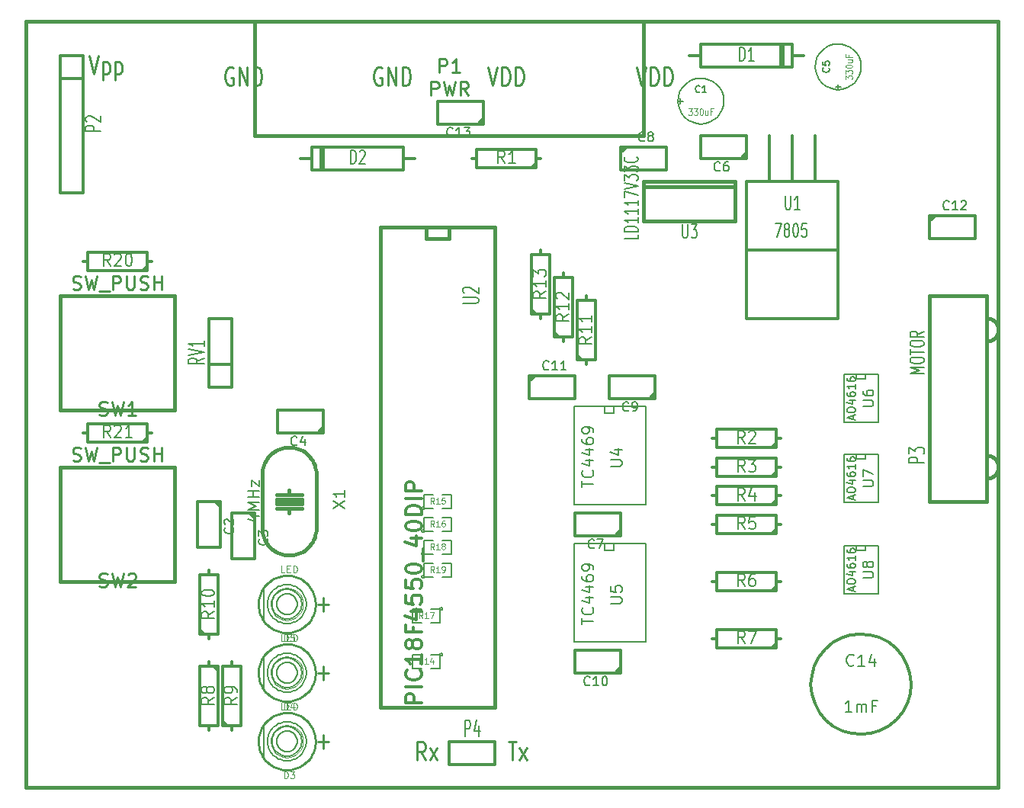
<source format=gto>
G04 (created by PCBNEW-RS274X (2010-03-14)-final) date Sun 26 Sep 2010 04:53:47 PM PDT*
G01*
G70*
G90*
%MOIN*%
G04 Gerber Fmt 3.4, Leading zero omitted, Abs format*
%FSLAX34Y34*%
G04 APERTURE LIST*
%ADD10C,0.006000*%
%ADD11C,0.015000*%
%ADD12C,0.010000*%
%ADD13C,0.012000*%
%ADD14C,0.005000*%
%ADD15C,0.008000*%
%ADD16C,0.003000*%
%ADD17C,0.006700*%
%ADD18C,0.004200*%
%ADD19C,0.007500*%
%ADD20C,0.011700*%
%ADD21C,0.008300*%
%ADD22C,0.007100*%
%ADD23C,0.005800*%
%ADD24C,0.003500*%
G04 APERTURE END LIST*
G54D10*
G54D11*
X21000Y-28000D02*
X27500Y-28000D01*
X21000Y-61500D02*
X21000Y-28000D01*
X27500Y-61500D02*
X21000Y-61500D01*
G54D12*
X23757Y-29524D02*
X23957Y-30324D01*
X24157Y-29524D01*
X24357Y-29790D02*
X24357Y-30590D01*
X24357Y-29829D02*
X24414Y-29790D01*
X24528Y-29790D01*
X24585Y-29829D01*
X24614Y-29867D01*
X24643Y-29943D01*
X24643Y-30171D01*
X24614Y-30248D01*
X24585Y-30286D01*
X24528Y-30324D01*
X24414Y-30324D01*
X24357Y-30286D01*
X24900Y-29790D02*
X24900Y-30590D01*
X24900Y-29829D02*
X24957Y-29790D01*
X25071Y-29790D01*
X25128Y-29829D01*
X25157Y-29867D01*
X25186Y-29943D01*
X25186Y-30171D01*
X25157Y-30248D01*
X25128Y-30286D01*
X25071Y-30324D01*
X24957Y-30324D01*
X24900Y-30286D01*
X33772Y-59519D02*
X34229Y-59519D01*
X34000Y-59824D02*
X34000Y-59214D01*
X33772Y-56519D02*
X34229Y-56519D01*
X34000Y-56824D02*
X34000Y-56214D01*
X33772Y-53519D02*
X34229Y-53519D01*
X34000Y-53824D02*
X34000Y-53214D01*
X41200Y-30024D02*
X41400Y-30824D01*
X41600Y-30024D01*
X41800Y-30824D02*
X41800Y-30024D01*
X41943Y-30024D01*
X42028Y-30062D01*
X42086Y-30138D01*
X42114Y-30214D01*
X42143Y-30367D01*
X42143Y-30481D01*
X42114Y-30633D01*
X42086Y-30710D01*
X42028Y-30786D01*
X41943Y-30824D01*
X41800Y-30824D01*
X42400Y-30824D02*
X42400Y-30024D01*
X42543Y-30024D01*
X42628Y-30062D01*
X42686Y-30138D01*
X42714Y-30214D01*
X42743Y-30367D01*
X42743Y-30481D01*
X42714Y-30633D01*
X42686Y-30710D01*
X42628Y-30786D01*
X42543Y-30824D01*
X42400Y-30824D01*
X47700Y-30024D02*
X47900Y-30824D01*
X48100Y-30024D01*
X48300Y-30824D02*
X48300Y-30024D01*
X48443Y-30024D01*
X48528Y-30062D01*
X48586Y-30138D01*
X48614Y-30214D01*
X48643Y-30367D01*
X48643Y-30481D01*
X48614Y-30633D01*
X48586Y-30710D01*
X48528Y-30786D01*
X48443Y-30824D01*
X48300Y-30824D01*
X48900Y-30824D02*
X48900Y-30024D01*
X49043Y-30024D01*
X49128Y-30062D01*
X49186Y-30138D01*
X49214Y-30214D01*
X49243Y-30367D01*
X49243Y-30481D01*
X49214Y-30633D01*
X49186Y-30710D01*
X49128Y-30786D01*
X49043Y-30824D01*
X48900Y-30824D01*
X36543Y-30062D02*
X36486Y-30024D01*
X36400Y-30024D01*
X36315Y-30062D01*
X36257Y-30138D01*
X36229Y-30214D01*
X36200Y-30367D01*
X36200Y-30481D01*
X36229Y-30633D01*
X36257Y-30710D01*
X36315Y-30786D01*
X36400Y-30824D01*
X36457Y-30824D01*
X36543Y-30786D01*
X36572Y-30748D01*
X36572Y-30481D01*
X36457Y-30481D01*
X36829Y-30824D02*
X36829Y-30024D01*
X37172Y-30824D01*
X37172Y-30024D01*
X37458Y-30824D02*
X37458Y-30024D01*
X37601Y-30024D01*
X37686Y-30062D01*
X37744Y-30138D01*
X37772Y-30214D01*
X37801Y-30367D01*
X37801Y-30481D01*
X37772Y-30633D01*
X37744Y-30710D01*
X37686Y-30786D01*
X37601Y-30824D01*
X37458Y-30824D01*
X30043Y-30062D02*
X29986Y-30024D01*
X29900Y-30024D01*
X29815Y-30062D01*
X29757Y-30138D01*
X29729Y-30214D01*
X29700Y-30367D01*
X29700Y-30481D01*
X29729Y-30633D01*
X29757Y-30710D01*
X29815Y-30786D01*
X29900Y-30824D01*
X29957Y-30824D01*
X30043Y-30786D01*
X30072Y-30748D01*
X30072Y-30481D01*
X29957Y-30481D01*
X30329Y-30824D02*
X30329Y-30024D01*
X30672Y-30824D01*
X30672Y-30024D01*
X30958Y-30824D02*
X30958Y-30024D01*
X31101Y-30024D01*
X31186Y-30062D01*
X31244Y-30138D01*
X31272Y-30214D01*
X31301Y-30367D01*
X31301Y-30481D01*
X31272Y-30633D01*
X31244Y-30710D01*
X31186Y-30786D01*
X31101Y-30824D01*
X30958Y-30824D01*
X38443Y-60324D02*
X38243Y-59943D01*
X38100Y-60324D02*
X38100Y-59524D01*
X38328Y-59524D01*
X38386Y-59562D01*
X38414Y-59600D01*
X38443Y-59676D01*
X38443Y-59790D01*
X38414Y-59867D01*
X38386Y-59905D01*
X38328Y-59943D01*
X38100Y-59943D01*
X38643Y-60324D02*
X38957Y-59790D01*
X38643Y-59790D02*
X38957Y-60324D01*
X42086Y-59524D02*
X42429Y-59524D01*
X42258Y-60324D02*
X42258Y-59524D01*
X42572Y-60324D02*
X42886Y-59790D01*
X42572Y-59790D02*
X42886Y-60324D01*
G54D11*
X63500Y-61500D02*
X27500Y-61500D01*
X63500Y-28000D02*
X63500Y-61500D01*
X27500Y-28000D02*
X63500Y-28000D01*
X21000Y-61500D02*
X21000Y-28000D01*
X48000Y-33000D02*
X31000Y-33000D01*
X31000Y-33000D02*
X31000Y-28000D01*
X31000Y-28000D02*
X48000Y-28000D01*
X48000Y-28000D02*
X48000Y-33000D01*
G54D13*
X29500Y-49020D02*
X29500Y-51000D01*
X29500Y-51000D02*
X28500Y-51000D01*
X28500Y-51000D02*
X28500Y-49000D01*
X28500Y-49000D02*
X29500Y-49000D01*
X29250Y-49000D02*
X29500Y-49250D01*
X31000Y-49520D02*
X31000Y-51500D01*
X31000Y-51500D02*
X30000Y-51500D01*
X30000Y-51500D02*
X30000Y-49500D01*
X30000Y-49500D02*
X31000Y-49500D01*
X30750Y-49500D02*
X31000Y-49750D01*
X33980Y-46000D02*
X32000Y-46000D01*
X32000Y-46000D02*
X32000Y-45000D01*
X32000Y-45000D02*
X34000Y-45000D01*
X34000Y-45000D02*
X34000Y-46000D01*
X34000Y-45750D02*
X33750Y-46000D01*
X60520Y-36500D02*
X62500Y-36500D01*
X62500Y-36500D02*
X62500Y-37500D01*
X62500Y-37500D02*
X60500Y-37500D01*
X60500Y-37500D02*
X60500Y-36500D01*
X60500Y-36750D02*
X60750Y-36500D01*
X52480Y-34000D02*
X50500Y-34000D01*
X50500Y-34000D02*
X50500Y-33000D01*
X50500Y-33000D02*
X52500Y-33000D01*
X52500Y-33000D02*
X52500Y-34000D01*
X52500Y-33750D02*
X52250Y-34000D01*
X46980Y-50500D02*
X45000Y-50500D01*
X45000Y-50500D02*
X45000Y-49500D01*
X45000Y-49500D02*
X47000Y-49500D01*
X47000Y-49500D02*
X47000Y-50500D01*
X47000Y-50250D02*
X46750Y-50500D01*
X43020Y-43500D02*
X45000Y-43500D01*
X45000Y-43500D02*
X45000Y-44500D01*
X45000Y-44500D02*
X43000Y-44500D01*
X43000Y-44500D02*
X43000Y-43500D01*
X43000Y-43750D02*
X43250Y-43500D01*
X47020Y-33500D02*
X49000Y-33500D01*
X49000Y-33500D02*
X49000Y-34500D01*
X49000Y-34500D02*
X47000Y-34500D01*
X47000Y-34500D02*
X47000Y-33500D01*
X47000Y-33750D02*
X47250Y-33500D01*
X48480Y-44500D02*
X46500Y-44500D01*
X46500Y-44500D02*
X46500Y-43500D01*
X46500Y-43500D02*
X48500Y-43500D01*
X48500Y-43500D02*
X48500Y-44500D01*
X48500Y-44250D02*
X48250Y-44500D01*
X46980Y-56500D02*
X45000Y-56500D01*
X45000Y-56500D02*
X45000Y-55500D01*
X45000Y-55500D02*
X47000Y-55500D01*
X47000Y-55500D02*
X47000Y-56500D01*
X47000Y-56250D02*
X46750Y-56500D01*
G54D14*
X57501Y-30000D02*
X57481Y-30194D01*
X57425Y-30381D01*
X57333Y-30553D01*
X57210Y-30705D01*
X57059Y-30829D01*
X56887Y-30922D01*
X56701Y-30980D01*
X56506Y-31000D01*
X56313Y-30983D01*
X56126Y-30928D01*
X55952Y-30837D01*
X55800Y-30715D01*
X55675Y-30565D01*
X55580Y-30394D01*
X55521Y-30208D01*
X55500Y-30013D01*
X55516Y-29820D01*
X55570Y-29632D01*
X55659Y-29458D01*
X55780Y-29305D01*
X55929Y-29179D01*
X56100Y-29083D01*
X56286Y-29023D01*
X56480Y-29000D01*
X56673Y-29015D01*
X56861Y-29067D01*
X57036Y-29155D01*
X57190Y-29276D01*
X57317Y-29423D01*
X57414Y-29593D01*
X57476Y-29779D01*
X57500Y-29973D01*
X57501Y-30000D01*
X51501Y-31500D02*
X51481Y-31694D01*
X51425Y-31881D01*
X51333Y-32053D01*
X51210Y-32205D01*
X51059Y-32329D01*
X50887Y-32422D01*
X50701Y-32480D01*
X50506Y-32500D01*
X50313Y-32483D01*
X50126Y-32428D01*
X49952Y-32337D01*
X49800Y-32215D01*
X49675Y-32065D01*
X49580Y-31894D01*
X49521Y-31708D01*
X49500Y-31513D01*
X49516Y-31320D01*
X49570Y-31132D01*
X49659Y-30958D01*
X49780Y-30805D01*
X49929Y-30679D01*
X50100Y-30583D01*
X50286Y-30523D01*
X50480Y-30500D01*
X50673Y-30515D01*
X50861Y-30567D01*
X51036Y-30655D01*
X51190Y-30776D01*
X51317Y-30923D01*
X51414Y-31093D01*
X51476Y-31279D01*
X51500Y-31473D01*
X51501Y-31500D01*
G54D13*
X33000Y-34000D02*
X33500Y-34000D01*
X33500Y-34000D02*
X33500Y-34500D01*
X33500Y-34500D02*
X37500Y-34500D01*
X37500Y-34500D02*
X37500Y-34000D01*
X37500Y-34000D02*
X38000Y-34000D01*
X37500Y-34000D02*
X37500Y-33500D01*
X37500Y-33500D02*
X33500Y-33500D01*
X33500Y-33500D02*
X33500Y-34000D01*
X34000Y-34500D02*
X34000Y-33500D01*
X33900Y-34500D02*
X33900Y-33500D01*
X55000Y-29500D02*
X54500Y-29500D01*
X54500Y-29500D02*
X54500Y-29000D01*
X54500Y-29000D02*
X50500Y-29000D01*
X50500Y-29000D02*
X50500Y-29500D01*
X50500Y-29500D02*
X50000Y-29500D01*
X50500Y-29500D02*
X50500Y-30000D01*
X50500Y-30000D02*
X54500Y-30000D01*
X54500Y-30000D02*
X54500Y-29500D01*
X54000Y-29000D02*
X54000Y-30000D01*
X54100Y-29000D02*
X54100Y-30000D01*
G54D11*
X39500Y-37000D02*
X39500Y-37500D01*
X39500Y-37500D02*
X38500Y-37500D01*
X38500Y-37500D02*
X38500Y-37000D01*
X41500Y-37000D02*
X41500Y-58000D01*
X41500Y-58000D02*
X36500Y-58000D01*
X36500Y-58000D02*
X36500Y-37000D01*
X36500Y-37000D02*
X41500Y-37000D01*
X33050Y-49000D02*
X31950Y-49000D01*
X33050Y-48900D02*
X33050Y-49100D01*
X33050Y-49100D02*
X31950Y-49100D01*
X31950Y-49100D02*
X31950Y-48900D01*
X31950Y-48900D02*
X33050Y-48900D01*
X32500Y-48700D02*
X32500Y-48500D01*
X32500Y-49300D02*
X32500Y-49500D01*
X33050Y-49300D02*
X31950Y-49300D01*
X33050Y-48700D02*
X31950Y-48700D01*
X33681Y-47819D02*
X33676Y-47717D01*
X33663Y-47614D01*
X33640Y-47514D01*
X33609Y-47416D01*
X33570Y-47320D01*
X33522Y-47229D01*
X33467Y-47142D01*
X33404Y-47060D01*
X33335Y-46984D01*
X33259Y-46915D01*
X33177Y-46852D01*
X33090Y-46797D01*
X32999Y-46749D01*
X32903Y-46710D01*
X32805Y-46679D01*
X32705Y-46656D01*
X32602Y-46643D01*
X32500Y-46638D01*
X32500Y-46638D02*
X32398Y-46643D01*
X32295Y-46656D01*
X32195Y-46679D01*
X32097Y-46710D01*
X32001Y-46749D01*
X31910Y-46797D01*
X31823Y-46852D01*
X31741Y-46915D01*
X31665Y-46984D01*
X31596Y-47060D01*
X31533Y-47142D01*
X31478Y-47229D01*
X31430Y-47320D01*
X31391Y-47416D01*
X31360Y-47514D01*
X31337Y-47614D01*
X31324Y-47717D01*
X31319Y-47819D01*
X31319Y-50181D02*
X31319Y-47819D01*
X33681Y-50181D02*
X33681Y-47819D01*
X32500Y-51362D02*
X32602Y-51357D01*
X32705Y-51344D01*
X32805Y-51321D01*
X32903Y-51290D01*
X32999Y-51251D01*
X33090Y-51203D01*
X33177Y-51148D01*
X33259Y-51085D01*
X33335Y-51016D01*
X33404Y-50940D01*
X33467Y-50858D01*
X33522Y-50771D01*
X33570Y-50680D01*
X33609Y-50584D01*
X33640Y-50486D01*
X33663Y-50386D01*
X33676Y-50283D01*
X33681Y-50181D01*
X31319Y-50181D02*
X31324Y-50283D01*
X31337Y-50386D01*
X31360Y-50486D01*
X31391Y-50584D01*
X31430Y-50680D01*
X31478Y-50771D01*
X31533Y-50858D01*
X31596Y-50940D01*
X31665Y-51016D01*
X31741Y-51085D01*
X31823Y-51148D01*
X31910Y-51203D01*
X32001Y-51251D01*
X32097Y-51290D01*
X32195Y-51321D01*
X32295Y-51344D01*
X32398Y-51357D01*
X32500Y-51362D01*
G54D13*
X54000Y-52500D02*
X53800Y-52500D01*
X51000Y-52500D02*
X51200Y-52500D01*
X51200Y-52500D02*
X51200Y-52900D01*
X51200Y-52900D02*
X53800Y-52900D01*
X53800Y-52900D02*
X53800Y-52100D01*
X53800Y-52100D02*
X51200Y-52100D01*
X51200Y-52100D02*
X51200Y-52500D01*
X53800Y-52700D02*
X53600Y-52900D01*
X43500Y-34000D02*
X43300Y-34000D01*
X40500Y-34000D02*
X40700Y-34000D01*
X40700Y-34000D02*
X40700Y-34400D01*
X40700Y-34400D02*
X43300Y-34400D01*
X43300Y-34400D02*
X43300Y-33600D01*
X43300Y-33600D02*
X40700Y-33600D01*
X40700Y-33600D02*
X40700Y-34000D01*
X43300Y-34200D02*
X43100Y-34400D01*
X54000Y-46250D02*
X53800Y-46250D01*
X51000Y-46250D02*
X51200Y-46250D01*
X51200Y-46250D02*
X51200Y-46650D01*
X51200Y-46650D02*
X53800Y-46650D01*
X53800Y-46650D02*
X53800Y-45850D01*
X53800Y-45850D02*
X51200Y-45850D01*
X51200Y-45850D02*
X51200Y-46250D01*
X53800Y-46450D02*
X53600Y-46650D01*
X54000Y-47500D02*
X53800Y-47500D01*
X51000Y-47500D02*
X51200Y-47500D01*
X51200Y-47500D02*
X51200Y-47900D01*
X51200Y-47900D02*
X53800Y-47900D01*
X53800Y-47900D02*
X53800Y-47100D01*
X53800Y-47100D02*
X51200Y-47100D01*
X51200Y-47100D02*
X51200Y-47500D01*
X53800Y-47700D02*
X53600Y-47900D01*
X54000Y-48750D02*
X53800Y-48750D01*
X51000Y-48750D02*
X51200Y-48750D01*
X51200Y-48750D02*
X51200Y-49150D01*
X51200Y-49150D02*
X53800Y-49150D01*
X53800Y-49150D02*
X53800Y-48350D01*
X53800Y-48350D02*
X51200Y-48350D01*
X51200Y-48350D02*
X51200Y-48750D01*
X53800Y-48950D02*
X53600Y-49150D01*
X54000Y-50000D02*
X53800Y-50000D01*
X51000Y-50000D02*
X51200Y-50000D01*
X51200Y-50000D02*
X51200Y-50400D01*
X51200Y-50400D02*
X53800Y-50400D01*
X53800Y-50400D02*
X53800Y-49600D01*
X53800Y-49600D02*
X51200Y-49600D01*
X51200Y-49600D02*
X51200Y-50000D01*
X53800Y-50200D02*
X53600Y-50400D01*
X54000Y-55000D02*
X53800Y-55000D01*
X51000Y-55000D02*
X51200Y-55000D01*
X51200Y-55000D02*
X51200Y-55400D01*
X51200Y-55400D02*
X53800Y-55400D01*
X53800Y-55400D02*
X53800Y-54600D01*
X53800Y-54600D02*
X51200Y-54600D01*
X51200Y-54600D02*
X51200Y-55000D01*
X53800Y-55200D02*
X53600Y-55400D01*
X39500Y-60500D02*
X39500Y-59500D01*
X39500Y-59500D02*
X41500Y-59500D01*
X41500Y-59500D02*
X41500Y-60500D01*
X41500Y-60500D02*
X39500Y-60500D01*
X22500Y-29500D02*
X23500Y-29500D01*
X23500Y-29500D02*
X23500Y-35500D01*
X23500Y-35500D02*
X22500Y-35500D01*
X22500Y-35500D02*
X22500Y-29500D01*
X22500Y-30500D02*
X23500Y-30500D01*
G54D15*
X44950Y-44850D02*
X48100Y-44850D01*
X48100Y-49150D02*
X44950Y-49150D01*
X48100Y-44850D02*
X48100Y-49150D01*
X44950Y-49150D02*
X44950Y-44850D01*
X46700Y-44850D02*
X46700Y-45150D01*
X46700Y-45150D02*
X46300Y-45150D01*
X46300Y-45150D02*
X46300Y-44850D01*
X44950Y-50850D02*
X48100Y-50850D01*
X48100Y-55150D02*
X44950Y-55150D01*
X48100Y-50850D02*
X48100Y-55150D01*
X44950Y-55150D02*
X44950Y-50850D01*
X46700Y-50850D02*
X46700Y-51150D01*
X46700Y-51150D02*
X46300Y-51150D01*
X46300Y-51150D02*
X46300Y-50850D01*
G54D14*
X56800Y-43450D02*
X56750Y-43450D01*
X56750Y-43450D02*
X56750Y-45550D01*
X58250Y-45550D02*
X58250Y-43450D01*
X58250Y-43450D02*
X56800Y-43450D01*
X57700Y-43450D02*
X57700Y-43650D01*
X57700Y-43650D02*
X57300Y-43650D01*
X57300Y-43650D02*
X57300Y-43450D01*
X58250Y-45550D02*
X56750Y-45550D01*
X56800Y-46950D02*
X56750Y-46950D01*
X56750Y-46950D02*
X56750Y-49050D01*
X58250Y-49050D02*
X58250Y-46950D01*
X58250Y-46950D02*
X56800Y-46950D01*
X57700Y-46950D02*
X57700Y-47150D01*
X57700Y-47150D02*
X57300Y-47150D01*
X57300Y-47150D02*
X57300Y-46950D01*
X58250Y-49050D02*
X56750Y-49050D01*
X56800Y-50950D02*
X56750Y-50950D01*
X56750Y-50950D02*
X56750Y-53050D01*
X58250Y-53050D02*
X58250Y-50950D01*
X58250Y-50950D02*
X56800Y-50950D01*
X57700Y-50950D02*
X57700Y-51150D01*
X57700Y-51150D02*
X57300Y-51150D01*
X57300Y-51150D02*
X57300Y-50950D01*
X58250Y-53050D02*
X56750Y-53050D01*
G54D11*
X48000Y-35250D02*
X48000Y-35000D01*
X48000Y-35000D02*
X52000Y-35000D01*
X52000Y-35000D02*
X52000Y-35250D01*
X48000Y-36750D02*
X48000Y-35250D01*
X48000Y-35250D02*
X52000Y-35250D01*
X52000Y-35250D02*
X52000Y-36750D01*
X52000Y-36750D02*
X48000Y-36750D01*
G54D13*
X55500Y-33000D02*
X55500Y-35000D01*
X54500Y-33000D02*
X54500Y-35000D01*
X53500Y-33000D02*
X53500Y-35000D01*
X56000Y-35000D02*
X52500Y-35000D01*
X52500Y-35000D02*
X52500Y-41000D01*
X52500Y-41000D02*
X56500Y-41000D01*
X56000Y-35000D02*
X56500Y-35000D01*
X53000Y-38000D02*
X56500Y-38000D01*
X53000Y-38000D02*
X52500Y-38000D01*
X56500Y-35000D02*
X56500Y-41000D01*
X40980Y-32500D02*
X39000Y-32500D01*
X39000Y-32500D02*
X39000Y-31500D01*
X39000Y-31500D02*
X41000Y-31500D01*
X41000Y-31500D02*
X41000Y-32500D01*
X41000Y-32250D02*
X40750Y-32500D01*
G54D15*
X31380Y-55750D02*
X31380Y-57250D01*
G54D16*
X33107Y-56500D02*
X33093Y-56637D01*
X33053Y-56769D01*
X32988Y-56891D01*
X32901Y-56998D01*
X32795Y-57086D01*
X32673Y-57151D01*
X32542Y-57192D01*
X32404Y-57206D01*
X32268Y-57194D01*
X32136Y-57155D01*
X32013Y-57091D01*
X31906Y-57005D01*
X31817Y-56899D01*
X31751Y-56778D01*
X31709Y-56646D01*
X31694Y-56509D01*
X31705Y-56373D01*
X31743Y-56240D01*
X31806Y-56118D01*
X31892Y-56009D01*
X31997Y-55920D01*
X32117Y-55853D01*
X32249Y-55810D01*
X32386Y-55794D01*
X32522Y-55804D01*
X32655Y-55841D01*
X32778Y-55904D01*
X32887Y-55989D01*
X32977Y-56093D01*
X33045Y-56213D01*
X33089Y-56344D01*
X33106Y-56481D01*
X33107Y-56500D01*
G54D12*
X31401Y-57250D02*
X31470Y-57334D01*
X31546Y-57412D01*
X31629Y-57483D01*
X31718Y-57547D01*
X31812Y-57602D01*
X31910Y-57649D01*
X32012Y-57688D01*
X32117Y-57717D01*
X32224Y-57737D01*
X32333Y-57748D01*
X32441Y-57749D01*
X32550Y-57740D01*
X32657Y-57723D01*
X32763Y-57696D01*
X32866Y-57659D01*
X32965Y-57614D01*
X33060Y-57561D01*
X33150Y-57499D01*
X33234Y-57430D01*
X33312Y-57354D01*
X33383Y-57271D01*
X33447Y-57182D01*
X33502Y-57088D01*
X33549Y-56990D01*
X33588Y-56888D01*
X33617Y-56783D01*
X33637Y-56676D01*
X33648Y-56567D01*
X33649Y-56459D01*
X33640Y-56350D01*
X33623Y-56243D01*
X33596Y-56137D01*
X33559Y-56034D01*
X33514Y-55935D01*
X33461Y-55840D01*
X33399Y-55750D01*
X33330Y-55666D01*
X33254Y-55588D01*
X33171Y-55517D01*
X33082Y-55453D01*
X32988Y-55398D01*
X32890Y-55351D01*
X32788Y-55312D01*
X32683Y-55283D01*
X32576Y-55263D01*
X32467Y-55252D01*
X32359Y-55251D01*
X32250Y-55260D01*
X32143Y-55277D01*
X32037Y-55304D01*
X31934Y-55341D01*
X31835Y-55386D01*
X31740Y-55439D01*
X31650Y-55501D01*
X31566Y-55570D01*
X31488Y-55646D01*
X31417Y-55729D01*
X31353Y-55818D01*
X31298Y-55912D01*
X31251Y-56010D01*
X31212Y-56112D01*
X31183Y-56217D01*
X31163Y-56324D01*
X31152Y-56433D01*
X31151Y-56541D01*
X31160Y-56650D01*
X31177Y-56757D01*
X31204Y-56863D01*
X31241Y-56966D01*
X31286Y-57065D01*
X31339Y-57160D01*
X31401Y-57250D01*
X31470Y-57334D01*
X31546Y-57412D01*
X31629Y-57483D01*
X31718Y-57547D01*
X31812Y-57602D01*
X31910Y-57649D01*
X32012Y-57688D01*
X32117Y-57717D01*
X32224Y-57737D01*
X32333Y-57748D01*
X32441Y-57749D01*
X32550Y-57740D01*
X32657Y-57723D01*
X32763Y-57696D01*
X32866Y-57659D01*
X32965Y-57614D01*
X33060Y-57561D01*
X33150Y-57499D01*
X33234Y-57430D01*
X33312Y-57354D01*
X33383Y-57271D01*
X33447Y-57182D01*
X33502Y-57088D01*
X33549Y-56990D01*
X33588Y-56888D01*
X33617Y-56783D01*
X33637Y-56676D01*
X33648Y-56567D01*
X33649Y-56459D01*
X33640Y-56350D01*
X33623Y-56243D01*
X33596Y-56137D01*
X33559Y-56034D01*
X33514Y-55935D01*
X33461Y-55840D01*
X33399Y-55750D01*
X33330Y-55666D01*
X33254Y-55588D01*
X33171Y-55517D01*
X33082Y-55453D01*
X32988Y-55398D01*
X32890Y-55351D01*
X32788Y-55312D01*
X32683Y-55283D01*
X32576Y-55263D01*
X32467Y-55252D01*
X32359Y-55251D01*
X32250Y-55260D01*
X32143Y-55277D01*
X32037Y-55304D01*
X31934Y-55341D01*
X31835Y-55386D01*
X31740Y-55439D01*
X31650Y-55501D01*
X31566Y-55570D01*
X31488Y-55646D01*
X31417Y-55729D01*
X31401Y-55750D01*
G54D10*
X32400Y-56950D02*
X32439Y-56948D01*
X32478Y-56943D01*
X32516Y-56934D01*
X32553Y-56922D01*
X32590Y-56907D01*
X32624Y-56889D01*
X32658Y-56868D01*
X32689Y-56844D01*
X32718Y-56818D01*
X32744Y-56789D01*
X32768Y-56758D01*
X32789Y-56724D01*
X32807Y-56690D01*
X32822Y-56653D01*
X32834Y-56616D01*
X32843Y-56578D01*
X32848Y-56539D01*
X32850Y-56500D01*
X32848Y-56461D01*
X32843Y-56422D01*
X32834Y-56384D01*
X32822Y-56347D01*
X32807Y-56310D01*
X32789Y-56275D01*
X32768Y-56242D01*
X32744Y-56211D01*
X32718Y-56182D01*
X32689Y-56156D01*
X32658Y-56132D01*
X32625Y-56111D01*
X32590Y-56093D01*
X32553Y-56078D01*
X32516Y-56066D01*
X32478Y-56057D01*
X32439Y-56052D01*
X32400Y-56050D01*
X32361Y-56052D01*
X32322Y-56057D01*
X32284Y-56066D01*
X32247Y-56078D01*
X32210Y-56093D01*
X32175Y-56111D01*
X32142Y-56132D01*
X32111Y-56156D01*
X32082Y-56182D01*
X32056Y-56211D01*
X32032Y-56242D01*
X32011Y-56275D01*
X31993Y-56310D01*
X31978Y-56347D01*
X31966Y-56384D01*
X31957Y-56422D01*
X31952Y-56461D01*
X31950Y-56500D01*
X31952Y-56539D01*
X31957Y-56578D01*
X31966Y-56616D01*
X31978Y-56653D01*
X31993Y-56690D01*
X32011Y-56724D01*
X32032Y-56758D01*
X32056Y-56789D01*
X32082Y-56818D01*
X32111Y-56844D01*
X32142Y-56868D01*
X32176Y-56889D01*
X32210Y-56907D01*
X32247Y-56922D01*
X32284Y-56934D01*
X32322Y-56943D01*
X32361Y-56948D01*
X32400Y-56950D01*
X32439Y-56948D01*
X32478Y-56943D01*
X32516Y-56934D01*
X32553Y-56922D01*
X32590Y-56907D01*
X32625Y-56889D01*
X32658Y-56868D01*
X32689Y-56844D01*
X32718Y-56818D01*
X32744Y-56789D01*
X32768Y-56758D01*
X32789Y-56724D01*
X32807Y-56690D01*
X32822Y-56653D01*
X32834Y-56616D01*
X32843Y-56578D01*
X32848Y-56539D01*
X32850Y-56500D01*
X32400Y-56050D02*
X32361Y-56052D01*
X32322Y-56057D01*
X32284Y-56066D01*
X32247Y-56078D01*
X32210Y-56093D01*
X32175Y-56111D01*
X32142Y-56132D01*
X32111Y-56156D01*
X32082Y-56182D01*
X32056Y-56211D01*
X32032Y-56242D01*
X32011Y-56275D01*
X31993Y-56310D01*
X31978Y-56347D01*
X31966Y-56384D01*
X31957Y-56422D01*
X31952Y-56461D01*
X31950Y-56500D01*
X31952Y-56539D01*
X31957Y-56578D01*
X31966Y-56616D01*
X31978Y-56653D01*
X31993Y-56690D01*
X32011Y-56724D01*
X32032Y-56758D01*
X32056Y-56789D01*
X32082Y-56818D01*
X32111Y-56844D01*
X32142Y-56868D01*
X32176Y-56889D01*
X32210Y-56907D01*
X32247Y-56922D01*
X32284Y-56934D01*
X32322Y-56943D01*
X32361Y-56948D01*
X32400Y-56950D01*
X32439Y-56948D01*
X32478Y-56943D01*
X32516Y-56934D01*
X32553Y-56922D01*
X32590Y-56907D01*
X32625Y-56889D01*
X32658Y-56868D01*
X32689Y-56844D01*
X32718Y-56818D01*
X32744Y-56789D01*
X32768Y-56758D01*
X32789Y-56724D01*
X32807Y-56690D01*
X32822Y-56653D01*
X32834Y-56616D01*
X32843Y-56578D01*
X32848Y-56539D01*
X32850Y-56500D01*
X32848Y-56461D01*
X32843Y-56422D01*
X32834Y-56384D01*
X32822Y-56347D01*
X32807Y-56310D01*
X32789Y-56276D01*
X32768Y-56242D01*
X32744Y-56211D01*
X32718Y-56182D01*
X32689Y-56156D01*
X32658Y-56132D01*
X32625Y-56111D01*
X32590Y-56093D01*
X32553Y-56078D01*
X32516Y-56066D01*
X32478Y-56057D01*
X32439Y-56052D01*
X32400Y-56050D01*
X32361Y-56052D01*
X32322Y-56057D01*
X32284Y-56066D01*
X32247Y-56078D01*
X32210Y-56093D01*
X32176Y-56111D01*
X32142Y-56132D01*
X32111Y-56156D01*
X32082Y-56182D01*
X32056Y-56211D01*
X32032Y-56242D01*
X32011Y-56276D01*
X31993Y-56310D01*
X31978Y-56347D01*
X31966Y-56384D01*
X31957Y-56422D01*
X31952Y-56461D01*
X31950Y-56500D01*
X32400Y-57150D02*
X32456Y-57147D01*
X32512Y-57140D01*
X32568Y-57127D01*
X32622Y-57110D01*
X32674Y-57089D01*
X32724Y-57062D01*
X32772Y-57032D01*
X32817Y-56997D01*
X32859Y-56959D01*
X32897Y-56917D01*
X32932Y-56872D01*
X32962Y-56824D01*
X32989Y-56774D01*
X33010Y-56722D01*
X33027Y-56668D01*
X33040Y-56612D01*
X33047Y-56556D01*
X33050Y-56500D01*
X33047Y-56444D01*
X33040Y-56388D01*
X33027Y-56332D01*
X33010Y-56278D01*
X32989Y-56226D01*
X32962Y-56175D01*
X32932Y-56128D01*
X32897Y-56083D01*
X32859Y-56041D01*
X32817Y-56003D01*
X32772Y-55968D01*
X32725Y-55938D01*
X32674Y-55911D01*
X32622Y-55890D01*
X32568Y-55873D01*
X32512Y-55860D01*
X32456Y-55853D01*
X32400Y-55850D01*
X32344Y-55853D01*
X32288Y-55860D01*
X32232Y-55873D01*
X32178Y-55890D01*
X32126Y-55911D01*
X32075Y-55938D01*
X32028Y-55968D01*
X31983Y-56003D01*
X31941Y-56041D01*
X31903Y-56083D01*
X31868Y-56128D01*
X31838Y-56175D01*
X31811Y-56226D01*
X31790Y-56278D01*
X31773Y-56332D01*
X31760Y-56388D01*
X31753Y-56444D01*
X31750Y-56500D01*
X31753Y-56556D01*
X31760Y-56612D01*
X31773Y-56668D01*
X31790Y-56722D01*
X31811Y-56774D01*
X31838Y-56824D01*
X31868Y-56872D01*
X31903Y-56917D01*
X31941Y-56959D01*
X31983Y-56997D01*
X32028Y-57032D01*
X32076Y-57062D01*
X32126Y-57089D01*
X32178Y-57110D01*
X32232Y-57127D01*
X32288Y-57140D01*
X32344Y-57147D01*
X32400Y-57150D01*
X32456Y-57147D01*
X32512Y-57140D01*
X32568Y-57127D01*
X32622Y-57110D01*
X32674Y-57089D01*
X32725Y-57062D01*
X32772Y-57032D01*
X32817Y-56997D01*
X32859Y-56959D01*
X32897Y-56917D01*
X32932Y-56872D01*
X32962Y-56824D01*
X32989Y-56774D01*
X33010Y-56722D01*
X33027Y-56668D01*
X33040Y-56612D01*
X33047Y-56556D01*
X33050Y-56500D01*
X32400Y-55850D02*
X32344Y-55853D01*
X32288Y-55860D01*
X32232Y-55873D01*
X32178Y-55890D01*
X32126Y-55911D01*
X32075Y-55938D01*
X32028Y-55968D01*
X31983Y-56003D01*
X31941Y-56041D01*
X31903Y-56083D01*
X31868Y-56128D01*
X31838Y-56175D01*
X31811Y-56226D01*
X31790Y-56278D01*
X31773Y-56332D01*
X31760Y-56388D01*
X31753Y-56444D01*
X31750Y-56500D01*
X31753Y-56556D01*
X31760Y-56612D01*
X31773Y-56668D01*
X31790Y-56722D01*
X31811Y-56774D01*
X31838Y-56824D01*
X31868Y-56872D01*
X31903Y-56917D01*
X31941Y-56959D01*
X31983Y-56997D01*
X32028Y-57032D01*
X32076Y-57062D01*
X32126Y-57089D01*
X32178Y-57110D01*
X32232Y-57127D01*
X32288Y-57140D01*
X32344Y-57147D01*
X32400Y-57150D01*
X32456Y-57147D01*
X32512Y-57140D01*
X32568Y-57127D01*
X32622Y-57110D01*
X32674Y-57089D01*
X32725Y-57062D01*
X32772Y-57032D01*
X32817Y-56997D01*
X32859Y-56959D01*
X32897Y-56917D01*
X32932Y-56872D01*
X32962Y-56824D01*
X32989Y-56774D01*
X33010Y-56722D01*
X33027Y-56668D01*
X33040Y-56612D01*
X33047Y-56556D01*
X33050Y-56500D01*
X33047Y-56444D01*
X33040Y-56388D01*
X33027Y-56332D01*
X33010Y-56278D01*
X32989Y-56226D01*
X32962Y-56176D01*
X32932Y-56128D01*
X32897Y-56083D01*
X32859Y-56041D01*
X32817Y-56003D01*
X32772Y-55968D01*
X32725Y-55938D01*
X32674Y-55911D01*
X32622Y-55890D01*
X32568Y-55873D01*
X32512Y-55860D01*
X32456Y-55853D01*
X32400Y-55850D01*
X32344Y-55853D01*
X32288Y-55860D01*
X32232Y-55873D01*
X32178Y-55890D01*
X32126Y-55911D01*
X32076Y-55938D01*
X32028Y-55968D01*
X31983Y-56003D01*
X31941Y-56041D01*
X31903Y-56083D01*
X31868Y-56128D01*
X31838Y-56176D01*
X31811Y-56226D01*
X31790Y-56278D01*
X31773Y-56332D01*
X31760Y-56388D01*
X31753Y-56444D01*
X31750Y-56500D01*
X32400Y-57350D02*
X32474Y-57346D01*
X32547Y-57337D01*
X32619Y-57321D01*
X32690Y-57298D01*
X32759Y-57270D01*
X32824Y-57236D01*
X32887Y-57196D01*
X32946Y-57151D01*
X33001Y-57101D01*
X33051Y-57046D01*
X33096Y-56987D01*
X33136Y-56924D01*
X33170Y-56859D01*
X33198Y-56790D01*
X33221Y-56719D01*
X33237Y-56647D01*
X33246Y-56574D01*
X33250Y-56500D01*
X33246Y-56426D01*
X33237Y-56353D01*
X33221Y-56281D01*
X33198Y-56210D01*
X33170Y-56141D01*
X33136Y-56075D01*
X33096Y-56013D01*
X33051Y-55954D01*
X33001Y-55899D01*
X32946Y-55849D01*
X32887Y-55804D01*
X32825Y-55764D01*
X32759Y-55730D01*
X32690Y-55702D01*
X32619Y-55679D01*
X32547Y-55663D01*
X32474Y-55654D01*
X32400Y-55650D01*
X32326Y-55654D01*
X32253Y-55663D01*
X32181Y-55679D01*
X32110Y-55702D01*
X32041Y-55730D01*
X31975Y-55764D01*
X31913Y-55804D01*
X31854Y-55849D01*
X31799Y-55899D01*
X31749Y-55954D01*
X31704Y-56013D01*
X31664Y-56075D01*
X31630Y-56141D01*
X31602Y-56210D01*
X31579Y-56281D01*
X31563Y-56353D01*
X31554Y-56426D01*
X31550Y-56500D01*
X31554Y-56574D01*
X31563Y-56647D01*
X31579Y-56719D01*
X31602Y-56790D01*
X31630Y-56859D01*
X31664Y-56924D01*
X31704Y-56987D01*
X31749Y-57046D01*
X31799Y-57101D01*
X31854Y-57151D01*
X31913Y-57196D01*
X31976Y-57236D01*
X32041Y-57270D01*
X32110Y-57298D01*
X32181Y-57321D01*
X32253Y-57337D01*
X32326Y-57346D01*
X32400Y-57350D01*
X32474Y-57346D01*
X32547Y-57337D01*
X32619Y-57321D01*
X32690Y-57298D01*
X32759Y-57270D01*
X32825Y-57236D01*
X32887Y-57196D01*
X32946Y-57151D01*
X33001Y-57101D01*
X33051Y-57046D01*
X33096Y-56987D01*
X33136Y-56924D01*
X33170Y-56859D01*
X33198Y-56790D01*
X33221Y-56719D01*
X33237Y-56647D01*
X33246Y-56574D01*
X33250Y-56500D01*
X32400Y-55650D02*
X32326Y-55654D01*
X32253Y-55663D01*
X32181Y-55679D01*
X32110Y-55702D01*
X32041Y-55730D01*
X31975Y-55764D01*
X31913Y-55804D01*
X31854Y-55849D01*
X31799Y-55899D01*
X31749Y-55954D01*
X31704Y-56013D01*
X31664Y-56075D01*
X31630Y-56141D01*
X31602Y-56210D01*
X31579Y-56281D01*
X31563Y-56353D01*
X31554Y-56426D01*
X31550Y-56500D01*
X31554Y-56574D01*
X31563Y-56647D01*
X31579Y-56719D01*
X31602Y-56790D01*
X31630Y-56859D01*
X31664Y-56924D01*
X31704Y-56987D01*
X31749Y-57046D01*
X31799Y-57101D01*
X31854Y-57151D01*
X31913Y-57196D01*
X31976Y-57236D01*
X32041Y-57270D01*
X32110Y-57298D01*
X32181Y-57321D01*
X32253Y-57337D01*
X32326Y-57346D01*
X32400Y-57350D01*
X32474Y-57346D01*
X32547Y-57337D01*
X32619Y-57321D01*
X32690Y-57298D01*
X32759Y-57270D01*
X32825Y-57236D01*
X32887Y-57196D01*
X32946Y-57151D01*
X33001Y-57101D01*
X33051Y-57046D01*
X33096Y-56987D01*
X33136Y-56924D01*
X33170Y-56859D01*
X33198Y-56790D01*
X33221Y-56719D01*
X33237Y-56647D01*
X33246Y-56574D01*
X33250Y-56500D01*
X33246Y-56426D01*
X33237Y-56353D01*
X33221Y-56281D01*
X33198Y-56210D01*
X33170Y-56141D01*
X33136Y-56076D01*
X33096Y-56013D01*
X33051Y-55954D01*
X33001Y-55899D01*
X32946Y-55849D01*
X32887Y-55804D01*
X32825Y-55764D01*
X32759Y-55730D01*
X32690Y-55702D01*
X32619Y-55679D01*
X32547Y-55663D01*
X32474Y-55654D01*
X32400Y-55650D01*
X32326Y-55654D01*
X32253Y-55663D01*
X32181Y-55679D01*
X32110Y-55702D01*
X32041Y-55730D01*
X31976Y-55764D01*
X31913Y-55804D01*
X31854Y-55849D01*
X31799Y-55899D01*
X31749Y-55954D01*
X31704Y-56013D01*
X31664Y-56076D01*
X31630Y-56141D01*
X31602Y-56210D01*
X31579Y-56281D01*
X31563Y-56353D01*
X31554Y-56426D01*
X31550Y-56500D01*
G54D15*
X31380Y-52750D02*
X31380Y-54250D01*
G54D16*
X33107Y-53500D02*
X33093Y-53637D01*
X33053Y-53769D01*
X32988Y-53891D01*
X32901Y-53998D01*
X32795Y-54086D01*
X32673Y-54151D01*
X32542Y-54192D01*
X32404Y-54206D01*
X32268Y-54194D01*
X32136Y-54155D01*
X32013Y-54091D01*
X31906Y-54005D01*
X31817Y-53899D01*
X31751Y-53778D01*
X31709Y-53646D01*
X31694Y-53509D01*
X31705Y-53373D01*
X31743Y-53240D01*
X31806Y-53118D01*
X31892Y-53009D01*
X31997Y-52920D01*
X32117Y-52853D01*
X32249Y-52810D01*
X32386Y-52794D01*
X32522Y-52804D01*
X32655Y-52841D01*
X32778Y-52904D01*
X32887Y-52989D01*
X32977Y-53093D01*
X33045Y-53213D01*
X33089Y-53344D01*
X33106Y-53481D01*
X33107Y-53500D01*
G54D12*
X31401Y-54250D02*
X31470Y-54334D01*
X31546Y-54412D01*
X31629Y-54483D01*
X31718Y-54547D01*
X31812Y-54602D01*
X31910Y-54649D01*
X32012Y-54688D01*
X32117Y-54717D01*
X32224Y-54737D01*
X32333Y-54748D01*
X32441Y-54749D01*
X32550Y-54740D01*
X32657Y-54723D01*
X32763Y-54696D01*
X32866Y-54659D01*
X32965Y-54614D01*
X33060Y-54561D01*
X33150Y-54499D01*
X33234Y-54430D01*
X33312Y-54354D01*
X33383Y-54271D01*
X33447Y-54182D01*
X33502Y-54088D01*
X33549Y-53990D01*
X33588Y-53888D01*
X33617Y-53783D01*
X33637Y-53676D01*
X33648Y-53567D01*
X33649Y-53459D01*
X33640Y-53350D01*
X33623Y-53243D01*
X33596Y-53137D01*
X33559Y-53034D01*
X33514Y-52935D01*
X33461Y-52840D01*
X33399Y-52750D01*
X33330Y-52666D01*
X33254Y-52588D01*
X33171Y-52517D01*
X33082Y-52453D01*
X32988Y-52398D01*
X32890Y-52351D01*
X32788Y-52312D01*
X32683Y-52283D01*
X32576Y-52263D01*
X32467Y-52252D01*
X32359Y-52251D01*
X32250Y-52260D01*
X32143Y-52277D01*
X32037Y-52304D01*
X31934Y-52341D01*
X31835Y-52386D01*
X31740Y-52439D01*
X31650Y-52501D01*
X31566Y-52570D01*
X31488Y-52646D01*
X31417Y-52729D01*
X31353Y-52818D01*
X31298Y-52912D01*
X31251Y-53010D01*
X31212Y-53112D01*
X31183Y-53217D01*
X31163Y-53324D01*
X31152Y-53433D01*
X31151Y-53541D01*
X31160Y-53650D01*
X31177Y-53757D01*
X31204Y-53863D01*
X31241Y-53966D01*
X31286Y-54065D01*
X31339Y-54160D01*
X31401Y-54250D01*
X31470Y-54334D01*
X31546Y-54412D01*
X31629Y-54483D01*
X31718Y-54547D01*
X31812Y-54602D01*
X31910Y-54649D01*
X32012Y-54688D01*
X32117Y-54717D01*
X32224Y-54737D01*
X32333Y-54748D01*
X32441Y-54749D01*
X32550Y-54740D01*
X32657Y-54723D01*
X32763Y-54696D01*
X32866Y-54659D01*
X32965Y-54614D01*
X33060Y-54561D01*
X33150Y-54499D01*
X33234Y-54430D01*
X33312Y-54354D01*
X33383Y-54271D01*
X33447Y-54182D01*
X33502Y-54088D01*
X33549Y-53990D01*
X33588Y-53888D01*
X33617Y-53783D01*
X33637Y-53676D01*
X33648Y-53567D01*
X33649Y-53459D01*
X33640Y-53350D01*
X33623Y-53243D01*
X33596Y-53137D01*
X33559Y-53034D01*
X33514Y-52935D01*
X33461Y-52840D01*
X33399Y-52750D01*
X33330Y-52666D01*
X33254Y-52588D01*
X33171Y-52517D01*
X33082Y-52453D01*
X32988Y-52398D01*
X32890Y-52351D01*
X32788Y-52312D01*
X32683Y-52283D01*
X32576Y-52263D01*
X32467Y-52252D01*
X32359Y-52251D01*
X32250Y-52260D01*
X32143Y-52277D01*
X32037Y-52304D01*
X31934Y-52341D01*
X31835Y-52386D01*
X31740Y-52439D01*
X31650Y-52501D01*
X31566Y-52570D01*
X31488Y-52646D01*
X31417Y-52729D01*
X31401Y-52750D01*
G54D10*
X32400Y-53950D02*
X32439Y-53948D01*
X32478Y-53943D01*
X32516Y-53934D01*
X32553Y-53922D01*
X32590Y-53907D01*
X32624Y-53889D01*
X32658Y-53868D01*
X32689Y-53844D01*
X32718Y-53818D01*
X32744Y-53789D01*
X32768Y-53758D01*
X32789Y-53724D01*
X32807Y-53690D01*
X32822Y-53653D01*
X32834Y-53616D01*
X32843Y-53578D01*
X32848Y-53539D01*
X32850Y-53500D01*
X32848Y-53461D01*
X32843Y-53422D01*
X32834Y-53384D01*
X32822Y-53347D01*
X32807Y-53310D01*
X32789Y-53275D01*
X32768Y-53242D01*
X32744Y-53211D01*
X32718Y-53182D01*
X32689Y-53156D01*
X32658Y-53132D01*
X32625Y-53111D01*
X32590Y-53093D01*
X32553Y-53078D01*
X32516Y-53066D01*
X32478Y-53057D01*
X32439Y-53052D01*
X32400Y-53050D01*
X32361Y-53052D01*
X32322Y-53057D01*
X32284Y-53066D01*
X32247Y-53078D01*
X32210Y-53093D01*
X32175Y-53111D01*
X32142Y-53132D01*
X32111Y-53156D01*
X32082Y-53182D01*
X32056Y-53211D01*
X32032Y-53242D01*
X32011Y-53275D01*
X31993Y-53310D01*
X31978Y-53347D01*
X31966Y-53384D01*
X31957Y-53422D01*
X31952Y-53461D01*
X31950Y-53500D01*
X31952Y-53539D01*
X31957Y-53578D01*
X31966Y-53616D01*
X31978Y-53653D01*
X31993Y-53690D01*
X32011Y-53724D01*
X32032Y-53758D01*
X32056Y-53789D01*
X32082Y-53818D01*
X32111Y-53844D01*
X32142Y-53868D01*
X32176Y-53889D01*
X32210Y-53907D01*
X32247Y-53922D01*
X32284Y-53934D01*
X32322Y-53943D01*
X32361Y-53948D01*
X32400Y-53950D01*
X32439Y-53948D01*
X32478Y-53943D01*
X32516Y-53934D01*
X32553Y-53922D01*
X32590Y-53907D01*
X32625Y-53889D01*
X32658Y-53868D01*
X32689Y-53844D01*
X32718Y-53818D01*
X32744Y-53789D01*
X32768Y-53758D01*
X32789Y-53724D01*
X32807Y-53690D01*
X32822Y-53653D01*
X32834Y-53616D01*
X32843Y-53578D01*
X32848Y-53539D01*
X32850Y-53500D01*
X32400Y-53050D02*
X32361Y-53052D01*
X32322Y-53057D01*
X32284Y-53066D01*
X32247Y-53078D01*
X32210Y-53093D01*
X32175Y-53111D01*
X32142Y-53132D01*
X32111Y-53156D01*
X32082Y-53182D01*
X32056Y-53211D01*
X32032Y-53242D01*
X32011Y-53275D01*
X31993Y-53310D01*
X31978Y-53347D01*
X31966Y-53384D01*
X31957Y-53422D01*
X31952Y-53461D01*
X31950Y-53500D01*
X31952Y-53539D01*
X31957Y-53578D01*
X31966Y-53616D01*
X31978Y-53653D01*
X31993Y-53690D01*
X32011Y-53724D01*
X32032Y-53758D01*
X32056Y-53789D01*
X32082Y-53818D01*
X32111Y-53844D01*
X32142Y-53868D01*
X32176Y-53889D01*
X32210Y-53907D01*
X32247Y-53922D01*
X32284Y-53934D01*
X32322Y-53943D01*
X32361Y-53948D01*
X32400Y-53950D01*
X32439Y-53948D01*
X32478Y-53943D01*
X32516Y-53934D01*
X32553Y-53922D01*
X32590Y-53907D01*
X32625Y-53889D01*
X32658Y-53868D01*
X32689Y-53844D01*
X32718Y-53818D01*
X32744Y-53789D01*
X32768Y-53758D01*
X32789Y-53724D01*
X32807Y-53690D01*
X32822Y-53653D01*
X32834Y-53616D01*
X32843Y-53578D01*
X32848Y-53539D01*
X32850Y-53500D01*
X32848Y-53461D01*
X32843Y-53422D01*
X32834Y-53384D01*
X32822Y-53347D01*
X32807Y-53310D01*
X32789Y-53276D01*
X32768Y-53242D01*
X32744Y-53211D01*
X32718Y-53182D01*
X32689Y-53156D01*
X32658Y-53132D01*
X32625Y-53111D01*
X32590Y-53093D01*
X32553Y-53078D01*
X32516Y-53066D01*
X32478Y-53057D01*
X32439Y-53052D01*
X32400Y-53050D01*
X32361Y-53052D01*
X32322Y-53057D01*
X32284Y-53066D01*
X32247Y-53078D01*
X32210Y-53093D01*
X32176Y-53111D01*
X32142Y-53132D01*
X32111Y-53156D01*
X32082Y-53182D01*
X32056Y-53211D01*
X32032Y-53242D01*
X32011Y-53276D01*
X31993Y-53310D01*
X31978Y-53347D01*
X31966Y-53384D01*
X31957Y-53422D01*
X31952Y-53461D01*
X31950Y-53500D01*
X32400Y-54150D02*
X32456Y-54147D01*
X32512Y-54140D01*
X32568Y-54127D01*
X32622Y-54110D01*
X32674Y-54089D01*
X32724Y-54062D01*
X32772Y-54032D01*
X32817Y-53997D01*
X32859Y-53959D01*
X32897Y-53917D01*
X32932Y-53872D01*
X32962Y-53824D01*
X32989Y-53774D01*
X33010Y-53722D01*
X33027Y-53668D01*
X33040Y-53612D01*
X33047Y-53556D01*
X33050Y-53500D01*
X33047Y-53444D01*
X33040Y-53388D01*
X33027Y-53332D01*
X33010Y-53278D01*
X32989Y-53226D01*
X32962Y-53175D01*
X32932Y-53128D01*
X32897Y-53083D01*
X32859Y-53041D01*
X32817Y-53003D01*
X32772Y-52968D01*
X32725Y-52938D01*
X32674Y-52911D01*
X32622Y-52890D01*
X32568Y-52873D01*
X32512Y-52860D01*
X32456Y-52853D01*
X32400Y-52850D01*
X32344Y-52853D01*
X32288Y-52860D01*
X32232Y-52873D01*
X32178Y-52890D01*
X32126Y-52911D01*
X32075Y-52938D01*
X32028Y-52968D01*
X31983Y-53003D01*
X31941Y-53041D01*
X31903Y-53083D01*
X31868Y-53128D01*
X31838Y-53175D01*
X31811Y-53226D01*
X31790Y-53278D01*
X31773Y-53332D01*
X31760Y-53388D01*
X31753Y-53444D01*
X31750Y-53500D01*
X31753Y-53556D01*
X31760Y-53612D01*
X31773Y-53668D01*
X31790Y-53722D01*
X31811Y-53774D01*
X31838Y-53824D01*
X31868Y-53872D01*
X31903Y-53917D01*
X31941Y-53959D01*
X31983Y-53997D01*
X32028Y-54032D01*
X32076Y-54062D01*
X32126Y-54089D01*
X32178Y-54110D01*
X32232Y-54127D01*
X32288Y-54140D01*
X32344Y-54147D01*
X32400Y-54150D01*
X32456Y-54147D01*
X32512Y-54140D01*
X32568Y-54127D01*
X32622Y-54110D01*
X32674Y-54089D01*
X32725Y-54062D01*
X32772Y-54032D01*
X32817Y-53997D01*
X32859Y-53959D01*
X32897Y-53917D01*
X32932Y-53872D01*
X32962Y-53824D01*
X32989Y-53774D01*
X33010Y-53722D01*
X33027Y-53668D01*
X33040Y-53612D01*
X33047Y-53556D01*
X33050Y-53500D01*
X32400Y-52850D02*
X32344Y-52853D01*
X32288Y-52860D01*
X32232Y-52873D01*
X32178Y-52890D01*
X32126Y-52911D01*
X32075Y-52938D01*
X32028Y-52968D01*
X31983Y-53003D01*
X31941Y-53041D01*
X31903Y-53083D01*
X31868Y-53128D01*
X31838Y-53175D01*
X31811Y-53226D01*
X31790Y-53278D01*
X31773Y-53332D01*
X31760Y-53388D01*
X31753Y-53444D01*
X31750Y-53500D01*
X31753Y-53556D01*
X31760Y-53612D01*
X31773Y-53668D01*
X31790Y-53722D01*
X31811Y-53774D01*
X31838Y-53824D01*
X31868Y-53872D01*
X31903Y-53917D01*
X31941Y-53959D01*
X31983Y-53997D01*
X32028Y-54032D01*
X32076Y-54062D01*
X32126Y-54089D01*
X32178Y-54110D01*
X32232Y-54127D01*
X32288Y-54140D01*
X32344Y-54147D01*
X32400Y-54150D01*
X32456Y-54147D01*
X32512Y-54140D01*
X32568Y-54127D01*
X32622Y-54110D01*
X32674Y-54089D01*
X32725Y-54062D01*
X32772Y-54032D01*
X32817Y-53997D01*
X32859Y-53959D01*
X32897Y-53917D01*
X32932Y-53872D01*
X32962Y-53824D01*
X32989Y-53774D01*
X33010Y-53722D01*
X33027Y-53668D01*
X33040Y-53612D01*
X33047Y-53556D01*
X33050Y-53500D01*
X33047Y-53444D01*
X33040Y-53388D01*
X33027Y-53332D01*
X33010Y-53278D01*
X32989Y-53226D01*
X32962Y-53176D01*
X32932Y-53128D01*
X32897Y-53083D01*
X32859Y-53041D01*
X32817Y-53003D01*
X32772Y-52968D01*
X32725Y-52938D01*
X32674Y-52911D01*
X32622Y-52890D01*
X32568Y-52873D01*
X32512Y-52860D01*
X32456Y-52853D01*
X32400Y-52850D01*
X32344Y-52853D01*
X32288Y-52860D01*
X32232Y-52873D01*
X32178Y-52890D01*
X32126Y-52911D01*
X32076Y-52938D01*
X32028Y-52968D01*
X31983Y-53003D01*
X31941Y-53041D01*
X31903Y-53083D01*
X31868Y-53128D01*
X31838Y-53176D01*
X31811Y-53226D01*
X31790Y-53278D01*
X31773Y-53332D01*
X31760Y-53388D01*
X31753Y-53444D01*
X31750Y-53500D01*
X32400Y-54350D02*
X32474Y-54346D01*
X32547Y-54337D01*
X32619Y-54321D01*
X32690Y-54298D01*
X32759Y-54270D01*
X32824Y-54236D01*
X32887Y-54196D01*
X32946Y-54151D01*
X33001Y-54101D01*
X33051Y-54046D01*
X33096Y-53987D01*
X33136Y-53924D01*
X33170Y-53859D01*
X33198Y-53790D01*
X33221Y-53719D01*
X33237Y-53647D01*
X33246Y-53574D01*
X33250Y-53500D01*
X33246Y-53426D01*
X33237Y-53353D01*
X33221Y-53281D01*
X33198Y-53210D01*
X33170Y-53141D01*
X33136Y-53075D01*
X33096Y-53013D01*
X33051Y-52954D01*
X33001Y-52899D01*
X32946Y-52849D01*
X32887Y-52804D01*
X32825Y-52764D01*
X32759Y-52730D01*
X32690Y-52702D01*
X32619Y-52679D01*
X32547Y-52663D01*
X32474Y-52654D01*
X32400Y-52650D01*
X32326Y-52654D01*
X32253Y-52663D01*
X32181Y-52679D01*
X32110Y-52702D01*
X32041Y-52730D01*
X31975Y-52764D01*
X31913Y-52804D01*
X31854Y-52849D01*
X31799Y-52899D01*
X31749Y-52954D01*
X31704Y-53013D01*
X31664Y-53075D01*
X31630Y-53141D01*
X31602Y-53210D01*
X31579Y-53281D01*
X31563Y-53353D01*
X31554Y-53426D01*
X31550Y-53500D01*
X31554Y-53574D01*
X31563Y-53647D01*
X31579Y-53719D01*
X31602Y-53790D01*
X31630Y-53859D01*
X31664Y-53924D01*
X31704Y-53987D01*
X31749Y-54046D01*
X31799Y-54101D01*
X31854Y-54151D01*
X31913Y-54196D01*
X31976Y-54236D01*
X32041Y-54270D01*
X32110Y-54298D01*
X32181Y-54321D01*
X32253Y-54337D01*
X32326Y-54346D01*
X32400Y-54350D01*
X32474Y-54346D01*
X32547Y-54337D01*
X32619Y-54321D01*
X32690Y-54298D01*
X32759Y-54270D01*
X32825Y-54236D01*
X32887Y-54196D01*
X32946Y-54151D01*
X33001Y-54101D01*
X33051Y-54046D01*
X33096Y-53987D01*
X33136Y-53924D01*
X33170Y-53859D01*
X33198Y-53790D01*
X33221Y-53719D01*
X33237Y-53647D01*
X33246Y-53574D01*
X33250Y-53500D01*
X32400Y-52650D02*
X32326Y-52654D01*
X32253Y-52663D01*
X32181Y-52679D01*
X32110Y-52702D01*
X32041Y-52730D01*
X31975Y-52764D01*
X31913Y-52804D01*
X31854Y-52849D01*
X31799Y-52899D01*
X31749Y-52954D01*
X31704Y-53013D01*
X31664Y-53075D01*
X31630Y-53141D01*
X31602Y-53210D01*
X31579Y-53281D01*
X31563Y-53353D01*
X31554Y-53426D01*
X31550Y-53500D01*
X31554Y-53574D01*
X31563Y-53647D01*
X31579Y-53719D01*
X31602Y-53790D01*
X31630Y-53859D01*
X31664Y-53924D01*
X31704Y-53987D01*
X31749Y-54046D01*
X31799Y-54101D01*
X31854Y-54151D01*
X31913Y-54196D01*
X31976Y-54236D01*
X32041Y-54270D01*
X32110Y-54298D01*
X32181Y-54321D01*
X32253Y-54337D01*
X32326Y-54346D01*
X32400Y-54350D01*
X32474Y-54346D01*
X32547Y-54337D01*
X32619Y-54321D01*
X32690Y-54298D01*
X32759Y-54270D01*
X32825Y-54236D01*
X32887Y-54196D01*
X32946Y-54151D01*
X33001Y-54101D01*
X33051Y-54046D01*
X33096Y-53987D01*
X33136Y-53924D01*
X33170Y-53859D01*
X33198Y-53790D01*
X33221Y-53719D01*
X33237Y-53647D01*
X33246Y-53574D01*
X33250Y-53500D01*
X33246Y-53426D01*
X33237Y-53353D01*
X33221Y-53281D01*
X33198Y-53210D01*
X33170Y-53141D01*
X33136Y-53076D01*
X33096Y-53013D01*
X33051Y-52954D01*
X33001Y-52899D01*
X32946Y-52849D01*
X32887Y-52804D01*
X32825Y-52764D01*
X32759Y-52730D01*
X32690Y-52702D01*
X32619Y-52679D01*
X32547Y-52663D01*
X32474Y-52654D01*
X32400Y-52650D01*
X32326Y-52654D01*
X32253Y-52663D01*
X32181Y-52679D01*
X32110Y-52702D01*
X32041Y-52730D01*
X31976Y-52764D01*
X31913Y-52804D01*
X31854Y-52849D01*
X31799Y-52899D01*
X31749Y-52954D01*
X31704Y-53013D01*
X31664Y-53076D01*
X31630Y-53141D01*
X31602Y-53210D01*
X31579Y-53281D01*
X31563Y-53353D01*
X31554Y-53426D01*
X31550Y-53500D01*
G54D15*
X31380Y-58750D02*
X31380Y-60250D01*
G54D16*
X33107Y-59500D02*
X33093Y-59637D01*
X33053Y-59769D01*
X32988Y-59891D01*
X32901Y-59998D01*
X32795Y-60086D01*
X32673Y-60151D01*
X32542Y-60192D01*
X32404Y-60206D01*
X32268Y-60194D01*
X32136Y-60155D01*
X32013Y-60091D01*
X31906Y-60005D01*
X31817Y-59899D01*
X31751Y-59778D01*
X31709Y-59646D01*
X31694Y-59509D01*
X31705Y-59373D01*
X31743Y-59240D01*
X31806Y-59118D01*
X31892Y-59009D01*
X31997Y-58920D01*
X32117Y-58853D01*
X32249Y-58810D01*
X32386Y-58794D01*
X32522Y-58804D01*
X32655Y-58841D01*
X32778Y-58904D01*
X32887Y-58989D01*
X32977Y-59093D01*
X33045Y-59213D01*
X33089Y-59344D01*
X33106Y-59481D01*
X33107Y-59500D01*
G54D12*
X31401Y-60250D02*
X31470Y-60334D01*
X31546Y-60412D01*
X31629Y-60483D01*
X31718Y-60547D01*
X31812Y-60602D01*
X31910Y-60649D01*
X32012Y-60688D01*
X32117Y-60717D01*
X32224Y-60737D01*
X32333Y-60748D01*
X32441Y-60749D01*
X32550Y-60740D01*
X32657Y-60723D01*
X32763Y-60696D01*
X32866Y-60659D01*
X32965Y-60614D01*
X33060Y-60561D01*
X33150Y-60499D01*
X33234Y-60430D01*
X33312Y-60354D01*
X33383Y-60271D01*
X33447Y-60182D01*
X33502Y-60088D01*
X33549Y-59990D01*
X33588Y-59888D01*
X33617Y-59783D01*
X33637Y-59676D01*
X33648Y-59567D01*
X33649Y-59459D01*
X33640Y-59350D01*
X33623Y-59243D01*
X33596Y-59137D01*
X33559Y-59034D01*
X33514Y-58935D01*
X33461Y-58840D01*
X33399Y-58750D01*
X33330Y-58666D01*
X33254Y-58588D01*
X33171Y-58517D01*
X33082Y-58453D01*
X32988Y-58398D01*
X32890Y-58351D01*
X32788Y-58312D01*
X32683Y-58283D01*
X32576Y-58263D01*
X32467Y-58252D01*
X32359Y-58251D01*
X32250Y-58260D01*
X32143Y-58277D01*
X32037Y-58304D01*
X31934Y-58341D01*
X31835Y-58386D01*
X31740Y-58439D01*
X31650Y-58501D01*
X31566Y-58570D01*
X31488Y-58646D01*
X31417Y-58729D01*
X31353Y-58818D01*
X31298Y-58912D01*
X31251Y-59010D01*
X31212Y-59112D01*
X31183Y-59217D01*
X31163Y-59324D01*
X31152Y-59433D01*
X31151Y-59541D01*
X31160Y-59650D01*
X31177Y-59757D01*
X31204Y-59863D01*
X31241Y-59966D01*
X31286Y-60065D01*
X31339Y-60160D01*
X31401Y-60250D01*
X31470Y-60334D01*
X31546Y-60412D01*
X31629Y-60483D01*
X31718Y-60547D01*
X31812Y-60602D01*
X31910Y-60649D01*
X32012Y-60688D01*
X32117Y-60717D01*
X32224Y-60737D01*
X32333Y-60748D01*
X32441Y-60749D01*
X32550Y-60740D01*
X32657Y-60723D01*
X32763Y-60696D01*
X32866Y-60659D01*
X32965Y-60614D01*
X33060Y-60561D01*
X33150Y-60499D01*
X33234Y-60430D01*
X33312Y-60354D01*
X33383Y-60271D01*
X33447Y-60182D01*
X33502Y-60088D01*
X33549Y-59990D01*
X33588Y-59888D01*
X33617Y-59783D01*
X33637Y-59676D01*
X33648Y-59567D01*
X33649Y-59459D01*
X33640Y-59350D01*
X33623Y-59243D01*
X33596Y-59137D01*
X33559Y-59034D01*
X33514Y-58935D01*
X33461Y-58840D01*
X33399Y-58750D01*
X33330Y-58666D01*
X33254Y-58588D01*
X33171Y-58517D01*
X33082Y-58453D01*
X32988Y-58398D01*
X32890Y-58351D01*
X32788Y-58312D01*
X32683Y-58283D01*
X32576Y-58263D01*
X32467Y-58252D01*
X32359Y-58251D01*
X32250Y-58260D01*
X32143Y-58277D01*
X32037Y-58304D01*
X31934Y-58341D01*
X31835Y-58386D01*
X31740Y-58439D01*
X31650Y-58501D01*
X31566Y-58570D01*
X31488Y-58646D01*
X31417Y-58729D01*
X31401Y-58750D01*
G54D10*
X32400Y-59950D02*
X32439Y-59948D01*
X32478Y-59943D01*
X32516Y-59934D01*
X32553Y-59922D01*
X32590Y-59907D01*
X32624Y-59889D01*
X32658Y-59868D01*
X32689Y-59844D01*
X32718Y-59818D01*
X32744Y-59789D01*
X32768Y-59758D01*
X32789Y-59724D01*
X32807Y-59690D01*
X32822Y-59653D01*
X32834Y-59616D01*
X32843Y-59578D01*
X32848Y-59539D01*
X32850Y-59500D01*
X32848Y-59461D01*
X32843Y-59422D01*
X32834Y-59384D01*
X32822Y-59347D01*
X32807Y-59310D01*
X32789Y-59275D01*
X32768Y-59242D01*
X32744Y-59211D01*
X32718Y-59182D01*
X32689Y-59156D01*
X32658Y-59132D01*
X32625Y-59111D01*
X32590Y-59093D01*
X32553Y-59078D01*
X32516Y-59066D01*
X32478Y-59057D01*
X32439Y-59052D01*
X32400Y-59050D01*
X32361Y-59052D01*
X32322Y-59057D01*
X32284Y-59066D01*
X32247Y-59078D01*
X32210Y-59093D01*
X32175Y-59111D01*
X32142Y-59132D01*
X32111Y-59156D01*
X32082Y-59182D01*
X32056Y-59211D01*
X32032Y-59242D01*
X32011Y-59275D01*
X31993Y-59310D01*
X31978Y-59347D01*
X31966Y-59384D01*
X31957Y-59422D01*
X31952Y-59461D01*
X31950Y-59500D01*
X31952Y-59539D01*
X31957Y-59578D01*
X31966Y-59616D01*
X31978Y-59653D01*
X31993Y-59690D01*
X32011Y-59724D01*
X32032Y-59758D01*
X32056Y-59789D01*
X32082Y-59818D01*
X32111Y-59844D01*
X32142Y-59868D01*
X32176Y-59889D01*
X32210Y-59907D01*
X32247Y-59922D01*
X32284Y-59934D01*
X32322Y-59943D01*
X32361Y-59948D01*
X32400Y-59950D01*
X32439Y-59948D01*
X32478Y-59943D01*
X32516Y-59934D01*
X32553Y-59922D01*
X32590Y-59907D01*
X32625Y-59889D01*
X32658Y-59868D01*
X32689Y-59844D01*
X32718Y-59818D01*
X32744Y-59789D01*
X32768Y-59758D01*
X32789Y-59724D01*
X32807Y-59690D01*
X32822Y-59653D01*
X32834Y-59616D01*
X32843Y-59578D01*
X32848Y-59539D01*
X32850Y-59500D01*
X32400Y-59050D02*
X32361Y-59052D01*
X32322Y-59057D01*
X32284Y-59066D01*
X32247Y-59078D01*
X32210Y-59093D01*
X32175Y-59111D01*
X32142Y-59132D01*
X32111Y-59156D01*
X32082Y-59182D01*
X32056Y-59211D01*
X32032Y-59242D01*
X32011Y-59275D01*
X31993Y-59310D01*
X31978Y-59347D01*
X31966Y-59384D01*
X31957Y-59422D01*
X31952Y-59461D01*
X31950Y-59500D01*
X31952Y-59539D01*
X31957Y-59578D01*
X31966Y-59616D01*
X31978Y-59653D01*
X31993Y-59690D01*
X32011Y-59724D01*
X32032Y-59758D01*
X32056Y-59789D01*
X32082Y-59818D01*
X32111Y-59844D01*
X32142Y-59868D01*
X32176Y-59889D01*
X32210Y-59907D01*
X32247Y-59922D01*
X32284Y-59934D01*
X32322Y-59943D01*
X32361Y-59948D01*
X32400Y-59950D01*
X32439Y-59948D01*
X32478Y-59943D01*
X32516Y-59934D01*
X32553Y-59922D01*
X32590Y-59907D01*
X32625Y-59889D01*
X32658Y-59868D01*
X32689Y-59844D01*
X32718Y-59818D01*
X32744Y-59789D01*
X32768Y-59758D01*
X32789Y-59724D01*
X32807Y-59690D01*
X32822Y-59653D01*
X32834Y-59616D01*
X32843Y-59578D01*
X32848Y-59539D01*
X32850Y-59500D01*
X32848Y-59461D01*
X32843Y-59422D01*
X32834Y-59384D01*
X32822Y-59347D01*
X32807Y-59310D01*
X32789Y-59276D01*
X32768Y-59242D01*
X32744Y-59211D01*
X32718Y-59182D01*
X32689Y-59156D01*
X32658Y-59132D01*
X32625Y-59111D01*
X32590Y-59093D01*
X32553Y-59078D01*
X32516Y-59066D01*
X32478Y-59057D01*
X32439Y-59052D01*
X32400Y-59050D01*
X32361Y-59052D01*
X32322Y-59057D01*
X32284Y-59066D01*
X32247Y-59078D01*
X32210Y-59093D01*
X32176Y-59111D01*
X32142Y-59132D01*
X32111Y-59156D01*
X32082Y-59182D01*
X32056Y-59211D01*
X32032Y-59242D01*
X32011Y-59276D01*
X31993Y-59310D01*
X31978Y-59347D01*
X31966Y-59384D01*
X31957Y-59422D01*
X31952Y-59461D01*
X31950Y-59500D01*
X32400Y-60150D02*
X32456Y-60147D01*
X32512Y-60140D01*
X32568Y-60127D01*
X32622Y-60110D01*
X32674Y-60089D01*
X32724Y-60062D01*
X32772Y-60032D01*
X32817Y-59997D01*
X32859Y-59959D01*
X32897Y-59917D01*
X32932Y-59872D01*
X32962Y-59824D01*
X32989Y-59774D01*
X33010Y-59722D01*
X33027Y-59668D01*
X33040Y-59612D01*
X33047Y-59556D01*
X33050Y-59500D01*
X33047Y-59444D01*
X33040Y-59388D01*
X33027Y-59332D01*
X33010Y-59278D01*
X32989Y-59226D01*
X32962Y-59175D01*
X32932Y-59128D01*
X32897Y-59083D01*
X32859Y-59041D01*
X32817Y-59003D01*
X32772Y-58968D01*
X32725Y-58938D01*
X32674Y-58911D01*
X32622Y-58890D01*
X32568Y-58873D01*
X32512Y-58860D01*
X32456Y-58853D01*
X32400Y-58850D01*
X32344Y-58853D01*
X32288Y-58860D01*
X32232Y-58873D01*
X32178Y-58890D01*
X32126Y-58911D01*
X32075Y-58938D01*
X32028Y-58968D01*
X31983Y-59003D01*
X31941Y-59041D01*
X31903Y-59083D01*
X31868Y-59128D01*
X31838Y-59175D01*
X31811Y-59226D01*
X31790Y-59278D01*
X31773Y-59332D01*
X31760Y-59388D01*
X31753Y-59444D01*
X31750Y-59500D01*
X31753Y-59556D01*
X31760Y-59612D01*
X31773Y-59668D01*
X31790Y-59722D01*
X31811Y-59774D01*
X31838Y-59824D01*
X31868Y-59872D01*
X31903Y-59917D01*
X31941Y-59959D01*
X31983Y-59997D01*
X32028Y-60032D01*
X32076Y-60062D01*
X32126Y-60089D01*
X32178Y-60110D01*
X32232Y-60127D01*
X32288Y-60140D01*
X32344Y-60147D01*
X32400Y-60150D01*
X32456Y-60147D01*
X32512Y-60140D01*
X32568Y-60127D01*
X32622Y-60110D01*
X32674Y-60089D01*
X32725Y-60062D01*
X32772Y-60032D01*
X32817Y-59997D01*
X32859Y-59959D01*
X32897Y-59917D01*
X32932Y-59872D01*
X32962Y-59824D01*
X32989Y-59774D01*
X33010Y-59722D01*
X33027Y-59668D01*
X33040Y-59612D01*
X33047Y-59556D01*
X33050Y-59500D01*
X32400Y-58850D02*
X32344Y-58853D01*
X32288Y-58860D01*
X32232Y-58873D01*
X32178Y-58890D01*
X32126Y-58911D01*
X32075Y-58938D01*
X32028Y-58968D01*
X31983Y-59003D01*
X31941Y-59041D01*
X31903Y-59083D01*
X31868Y-59128D01*
X31838Y-59175D01*
X31811Y-59226D01*
X31790Y-59278D01*
X31773Y-59332D01*
X31760Y-59388D01*
X31753Y-59444D01*
X31750Y-59500D01*
X31753Y-59556D01*
X31760Y-59612D01*
X31773Y-59668D01*
X31790Y-59722D01*
X31811Y-59774D01*
X31838Y-59824D01*
X31868Y-59872D01*
X31903Y-59917D01*
X31941Y-59959D01*
X31983Y-59997D01*
X32028Y-60032D01*
X32076Y-60062D01*
X32126Y-60089D01*
X32178Y-60110D01*
X32232Y-60127D01*
X32288Y-60140D01*
X32344Y-60147D01*
X32400Y-60150D01*
X32456Y-60147D01*
X32512Y-60140D01*
X32568Y-60127D01*
X32622Y-60110D01*
X32674Y-60089D01*
X32725Y-60062D01*
X32772Y-60032D01*
X32817Y-59997D01*
X32859Y-59959D01*
X32897Y-59917D01*
X32932Y-59872D01*
X32962Y-59824D01*
X32989Y-59774D01*
X33010Y-59722D01*
X33027Y-59668D01*
X33040Y-59612D01*
X33047Y-59556D01*
X33050Y-59500D01*
X33047Y-59444D01*
X33040Y-59388D01*
X33027Y-59332D01*
X33010Y-59278D01*
X32989Y-59226D01*
X32962Y-59176D01*
X32932Y-59128D01*
X32897Y-59083D01*
X32859Y-59041D01*
X32817Y-59003D01*
X32772Y-58968D01*
X32725Y-58938D01*
X32674Y-58911D01*
X32622Y-58890D01*
X32568Y-58873D01*
X32512Y-58860D01*
X32456Y-58853D01*
X32400Y-58850D01*
X32344Y-58853D01*
X32288Y-58860D01*
X32232Y-58873D01*
X32178Y-58890D01*
X32126Y-58911D01*
X32076Y-58938D01*
X32028Y-58968D01*
X31983Y-59003D01*
X31941Y-59041D01*
X31903Y-59083D01*
X31868Y-59128D01*
X31838Y-59176D01*
X31811Y-59226D01*
X31790Y-59278D01*
X31773Y-59332D01*
X31760Y-59388D01*
X31753Y-59444D01*
X31750Y-59500D01*
X32400Y-60350D02*
X32474Y-60346D01*
X32547Y-60337D01*
X32619Y-60321D01*
X32690Y-60298D01*
X32759Y-60270D01*
X32824Y-60236D01*
X32887Y-60196D01*
X32946Y-60151D01*
X33001Y-60101D01*
X33051Y-60046D01*
X33096Y-59987D01*
X33136Y-59924D01*
X33170Y-59859D01*
X33198Y-59790D01*
X33221Y-59719D01*
X33237Y-59647D01*
X33246Y-59574D01*
X33250Y-59500D01*
X33246Y-59426D01*
X33237Y-59353D01*
X33221Y-59281D01*
X33198Y-59210D01*
X33170Y-59141D01*
X33136Y-59075D01*
X33096Y-59013D01*
X33051Y-58954D01*
X33001Y-58899D01*
X32946Y-58849D01*
X32887Y-58804D01*
X32825Y-58764D01*
X32759Y-58730D01*
X32690Y-58702D01*
X32619Y-58679D01*
X32547Y-58663D01*
X32474Y-58654D01*
X32400Y-58650D01*
X32326Y-58654D01*
X32253Y-58663D01*
X32181Y-58679D01*
X32110Y-58702D01*
X32041Y-58730D01*
X31975Y-58764D01*
X31913Y-58804D01*
X31854Y-58849D01*
X31799Y-58899D01*
X31749Y-58954D01*
X31704Y-59013D01*
X31664Y-59075D01*
X31630Y-59141D01*
X31602Y-59210D01*
X31579Y-59281D01*
X31563Y-59353D01*
X31554Y-59426D01*
X31550Y-59500D01*
X31554Y-59574D01*
X31563Y-59647D01*
X31579Y-59719D01*
X31602Y-59790D01*
X31630Y-59859D01*
X31664Y-59924D01*
X31704Y-59987D01*
X31749Y-60046D01*
X31799Y-60101D01*
X31854Y-60151D01*
X31913Y-60196D01*
X31976Y-60236D01*
X32041Y-60270D01*
X32110Y-60298D01*
X32181Y-60321D01*
X32253Y-60337D01*
X32326Y-60346D01*
X32400Y-60350D01*
X32474Y-60346D01*
X32547Y-60337D01*
X32619Y-60321D01*
X32690Y-60298D01*
X32759Y-60270D01*
X32825Y-60236D01*
X32887Y-60196D01*
X32946Y-60151D01*
X33001Y-60101D01*
X33051Y-60046D01*
X33096Y-59987D01*
X33136Y-59924D01*
X33170Y-59859D01*
X33198Y-59790D01*
X33221Y-59719D01*
X33237Y-59647D01*
X33246Y-59574D01*
X33250Y-59500D01*
X32400Y-58650D02*
X32326Y-58654D01*
X32253Y-58663D01*
X32181Y-58679D01*
X32110Y-58702D01*
X32041Y-58730D01*
X31975Y-58764D01*
X31913Y-58804D01*
X31854Y-58849D01*
X31799Y-58899D01*
X31749Y-58954D01*
X31704Y-59013D01*
X31664Y-59075D01*
X31630Y-59141D01*
X31602Y-59210D01*
X31579Y-59281D01*
X31563Y-59353D01*
X31554Y-59426D01*
X31550Y-59500D01*
X31554Y-59574D01*
X31563Y-59647D01*
X31579Y-59719D01*
X31602Y-59790D01*
X31630Y-59859D01*
X31664Y-59924D01*
X31704Y-59987D01*
X31749Y-60046D01*
X31799Y-60101D01*
X31854Y-60151D01*
X31913Y-60196D01*
X31976Y-60236D01*
X32041Y-60270D01*
X32110Y-60298D01*
X32181Y-60321D01*
X32253Y-60337D01*
X32326Y-60346D01*
X32400Y-60350D01*
X32474Y-60346D01*
X32547Y-60337D01*
X32619Y-60321D01*
X32690Y-60298D01*
X32759Y-60270D01*
X32825Y-60236D01*
X32887Y-60196D01*
X32946Y-60151D01*
X33001Y-60101D01*
X33051Y-60046D01*
X33096Y-59987D01*
X33136Y-59924D01*
X33170Y-59859D01*
X33198Y-59790D01*
X33221Y-59719D01*
X33237Y-59647D01*
X33246Y-59574D01*
X33250Y-59500D01*
X33246Y-59426D01*
X33237Y-59353D01*
X33221Y-59281D01*
X33198Y-59210D01*
X33170Y-59141D01*
X33136Y-59076D01*
X33096Y-59013D01*
X33051Y-58954D01*
X33001Y-58899D01*
X32946Y-58849D01*
X32887Y-58804D01*
X32825Y-58764D01*
X32759Y-58730D01*
X32690Y-58702D01*
X32619Y-58679D01*
X32547Y-58663D01*
X32474Y-58654D01*
X32400Y-58650D01*
X32326Y-58654D01*
X32253Y-58663D01*
X32181Y-58679D01*
X32110Y-58702D01*
X32041Y-58730D01*
X31976Y-58764D01*
X31913Y-58804D01*
X31854Y-58849D01*
X31799Y-58899D01*
X31749Y-58954D01*
X31704Y-59013D01*
X31664Y-59076D01*
X31630Y-59141D01*
X31602Y-59210D01*
X31579Y-59281D01*
X31563Y-59353D01*
X31554Y-59426D01*
X31550Y-59500D01*
G54D13*
X29000Y-56000D02*
X29000Y-56200D01*
X29000Y-59000D02*
X29000Y-58800D01*
X29000Y-58800D02*
X29400Y-58800D01*
X29400Y-58800D02*
X29400Y-56200D01*
X29400Y-56200D02*
X28600Y-56200D01*
X28600Y-56200D02*
X28600Y-58800D01*
X28600Y-58800D02*
X29000Y-58800D01*
X29200Y-56200D02*
X29400Y-56400D01*
X30000Y-59000D02*
X30000Y-58800D01*
X30000Y-56000D02*
X30000Y-56200D01*
X30000Y-56200D02*
X29600Y-56200D01*
X29600Y-56200D02*
X29600Y-58800D01*
X29600Y-58800D02*
X30400Y-58800D01*
X30400Y-58800D02*
X30400Y-56200D01*
X30400Y-56200D02*
X30000Y-56200D01*
X29800Y-58800D02*
X29600Y-58600D01*
X29000Y-55000D02*
X29000Y-54800D01*
X29000Y-52000D02*
X29000Y-52200D01*
X29000Y-52200D02*
X28600Y-52200D01*
X28600Y-52200D02*
X28600Y-54800D01*
X28600Y-54800D02*
X29400Y-54800D01*
X29400Y-54800D02*
X29400Y-52200D01*
X29400Y-52200D02*
X29000Y-52200D01*
X28800Y-54800D02*
X28600Y-54600D01*
X30000Y-44000D02*
X29000Y-44000D01*
X29000Y-44000D02*
X29000Y-41000D01*
X29000Y-41000D02*
X30000Y-41000D01*
X30000Y-41000D02*
X30000Y-44000D01*
X29000Y-43000D02*
X30000Y-43000D01*
X59695Y-57000D02*
X59653Y-57426D01*
X59529Y-57836D01*
X59328Y-58214D01*
X59057Y-58546D01*
X58727Y-58819D01*
X58350Y-59023D01*
X57941Y-59150D01*
X57515Y-59194D01*
X57089Y-59156D01*
X56678Y-59035D01*
X56299Y-58836D01*
X55965Y-58568D01*
X55689Y-58240D01*
X55483Y-57864D01*
X55353Y-57456D01*
X55306Y-57030D01*
X55342Y-56604D01*
X55460Y-56192D01*
X55655Y-55811D01*
X55922Y-55476D01*
X56248Y-55198D01*
X56622Y-54989D01*
X57029Y-54857D01*
X57455Y-54806D01*
X57881Y-54839D01*
X58293Y-54954D01*
X58676Y-55147D01*
X59013Y-55411D01*
X59293Y-55735D01*
X59505Y-56108D01*
X59640Y-56514D01*
X59694Y-56939D01*
X59695Y-57000D01*
X44500Y-42000D02*
X44500Y-41800D01*
X44500Y-39000D02*
X44500Y-39200D01*
X44500Y-39200D02*
X44100Y-39200D01*
X44100Y-39200D02*
X44100Y-41800D01*
X44100Y-41800D02*
X44900Y-41800D01*
X44900Y-41800D02*
X44900Y-39200D01*
X44900Y-39200D02*
X44500Y-39200D01*
X44300Y-41800D02*
X44100Y-41600D01*
X45500Y-43000D02*
X45500Y-42800D01*
X45500Y-40000D02*
X45500Y-40200D01*
X45500Y-40200D02*
X45100Y-40200D01*
X45100Y-40200D02*
X45100Y-42800D01*
X45100Y-42800D02*
X45900Y-42800D01*
X45900Y-42800D02*
X45900Y-40200D01*
X45900Y-40200D02*
X45500Y-40200D01*
X45300Y-42800D02*
X45100Y-42600D01*
X43500Y-41000D02*
X43500Y-40800D01*
X43500Y-38000D02*
X43500Y-38200D01*
X43500Y-38200D02*
X43100Y-38200D01*
X43100Y-38200D02*
X43100Y-40800D01*
X43100Y-40800D02*
X43900Y-40800D01*
X43900Y-40800D02*
X43900Y-38200D01*
X43900Y-38200D02*
X43500Y-38200D01*
X43300Y-40800D02*
X43100Y-40600D01*
G54D11*
X63000Y-48000D02*
X63043Y-47998D01*
X63086Y-47992D01*
X63129Y-47982D01*
X63171Y-47969D01*
X63211Y-47953D01*
X63250Y-47933D01*
X63286Y-47909D01*
X63321Y-47883D01*
X63353Y-47853D01*
X63383Y-47821D01*
X63409Y-47786D01*
X63433Y-47749D01*
X63453Y-47711D01*
X63469Y-47671D01*
X63482Y-47629D01*
X63492Y-47586D01*
X63498Y-47543D01*
X63500Y-47500D01*
X63500Y-47500D02*
X63498Y-47457D01*
X63492Y-47414D01*
X63482Y-47371D01*
X63469Y-47329D01*
X63453Y-47289D01*
X63433Y-47251D01*
X63409Y-47214D01*
X63383Y-47179D01*
X63353Y-47147D01*
X63321Y-47117D01*
X63286Y-47091D01*
X63250Y-47067D01*
X63211Y-47047D01*
X63171Y-47031D01*
X63129Y-47018D01*
X63086Y-47008D01*
X63043Y-47002D01*
X63000Y-47000D01*
X63000Y-42000D02*
X63043Y-41998D01*
X63086Y-41992D01*
X63129Y-41982D01*
X63171Y-41969D01*
X63211Y-41953D01*
X63250Y-41933D01*
X63286Y-41909D01*
X63321Y-41883D01*
X63353Y-41853D01*
X63383Y-41821D01*
X63409Y-41786D01*
X63433Y-41749D01*
X63453Y-41711D01*
X63469Y-41671D01*
X63482Y-41629D01*
X63492Y-41586D01*
X63498Y-41543D01*
X63500Y-41500D01*
X63500Y-41500D02*
X63498Y-41457D01*
X63492Y-41414D01*
X63482Y-41371D01*
X63469Y-41329D01*
X63453Y-41289D01*
X63433Y-41251D01*
X63409Y-41214D01*
X63383Y-41179D01*
X63353Y-41147D01*
X63321Y-41117D01*
X63286Y-41091D01*
X63250Y-41067D01*
X63211Y-41047D01*
X63171Y-41031D01*
X63129Y-41018D01*
X63086Y-41008D01*
X63043Y-41002D01*
X63000Y-41000D01*
X63000Y-49000D02*
X60500Y-49000D01*
X60500Y-49000D02*
X60500Y-40000D01*
X60500Y-40000D02*
X63000Y-40000D01*
X63000Y-40000D02*
X63000Y-49000D01*
G54D13*
X60500Y-48500D02*
X60500Y-40500D01*
G54D14*
X38400Y-52300D02*
X38399Y-52309D01*
X38396Y-52319D01*
X38391Y-52327D01*
X38385Y-52335D01*
X38377Y-52341D01*
X38369Y-52346D01*
X38360Y-52348D01*
X38350Y-52349D01*
X38341Y-52349D01*
X38332Y-52346D01*
X38323Y-52341D01*
X38316Y-52335D01*
X38309Y-52328D01*
X38305Y-52319D01*
X38302Y-52310D01*
X38301Y-52300D01*
X38301Y-52291D01*
X38304Y-52282D01*
X38308Y-52273D01*
X38315Y-52266D01*
X38322Y-52259D01*
X38330Y-52255D01*
X38340Y-52252D01*
X38349Y-52251D01*
X38358Y-52251D01*
X38368Y-52254D01*
X38376Y-52258D01*
X38384Y-52264D01*
X38390Y-52272D01*
X38395Y-52280D01*
X38398Y-52289D01*
X38399Y-52299D01*
X38400Y-52300D01*
X38800Y-52300D02*
X38400Y-52300D01*
X38400Y-52300D02*
X38400Y-51700D01*
X38400Y-51700D02*
X38800Y-51700D01*
X39200Y-51700D02*
X39600Y-51700D01*
X39600Y-51700D02*
X39600Y-52300D01*
X39600Y-52300D02*
X39200Y-52300D01*
X38400Y-51300D02*
X38399Y-51309D01*
X38396Y-51319D01*
X38391Y-51327D01*
X38385Y-51335D01*
X38377Y-51341D01*
X38369Y-51346D01*
X38360Y-51348D01*
X38350Y-51349D01*
X38341Y-51349D01*
X38332Y-51346D01*
X38323Y-51341D01*
X38316Y-51335D01*
X38309Y-51328D01*
X38305Y-51319D01*
X38302Y-51310D01*
X38301Y-51300D01*
X38301Y-51291D01*
X38304Y-51282D01*
X38308Y-51273D01*
X38315Y-51266D01*
X38322Y-51259D01*
X38330Y-51255D01*
X38340Y-51252D01*
X38349Y-51251D01*
X38358Y-51251D01*
X38368Y-51254D01*
X38376Y-51258D01*
X38384Y-51264D01*
X38390Y-51272D01*
X38395Y-51280D01*
X38398Y-51289D01*
X38399Y-51299D01*
X38400Y-51300D01*
X38800Y-51300D02*
X38400Y-51300D01*
X38400Y-51300D02*
X38400Y-50700D01*
X38400Y-50700D02*
X38800Y-50700D01*
X39200Y-50700D02*
X39600Y-50700D01*
X39600Y-50700D02*
X39600Y-51300D01*
X39600Y-51300D02*
X39200Y-51300D01*
X39200Y-53700D02*
X39199Y-53709D01*
X39196Y-53719D01*
X39191Y-53727D01*
X39185Y-53735D01*
X39177Y-53741D01*
X39169Y-53746D01*
X39160Y-53748D01*
X39150Y-53749D01*
X39141Y-53749D01*
X39132Y-53746D01*
X39123Y-53741D01*
X39116Y-53735D01*
X39109Y-53728D01*
X39105Y-53719D01*
X39102Y-53710D01*
X39101Y-53700D01*
X39101Y-53691D01*
X39104Y-53682D01*
X39108Y-53673D01*
X39115Y-53666D01*
X39122Y-53659D01*
X39130Y-53655D01*
X39140Y-53652D01*
X39149Y-53651D01*
X39158Y-53651D01*
X39168Y-53654D01*
X39176Y-53658D01*
X39184Y-53664D01*
X39190Y-53672D01*
X39195Y-53680D01*
X39198Y-53689D01*
X39199Y-53699D01*
X39200Y-53700D01*
X38700Y-53700D02*
X39100Y-53700D01*
X39100Y-53700D02*
X39100Y-54300D01*
X39100Y-54300D02*
X38700Y-54300D01*
X38300Y-54300D02*
X37900Y-54300D01*
X37900Y-54300D02*
X37900Y-53700D01*
X37900Y-53700D02*
X38300Y-53700D01*
X38400Y-50300D02*
X38399Y-50309D01*
X38396Y-50319D01*
X38391Y-50327D01*
X38385Y-50335D01*
X38377Y-50341D01*
X38369Y-50346D01*
X38360Y-50348D01*
X38350Y-50349D01*
X38341Y-50349D01*
X38332Y-50346D01*
X38323Y-50341D01*
X38316Y-50335D01*
X38309Y-50328D01*
X38305Y-50319D01*
X38302Y-50310D01*
X38301Y-50300D01*
X38301Y-50291D01*
X38304Y-50282D01*
X38308Y-50273D01*
X38315Y-50266D01*
X38322Y-50259D01*
X38330Y-50255D01*
X38340Y-50252D01*
X38349Y-50251D01*
X38358Y-50251D01*
X38368Y-50254D01*
X38376Y-50258D01*
X38384Y-50264D01*
X38390Y-50272D01*
X38395Y-50280D01*
X38398Y-50289D01*
X38399Y-50299D01*
X38400Y-50300D01*
X38800Y-50300D02*
X38400Y-50300D01*
X38400Y-50300D02*
X38400Y-49700D01*
X38400Y-49700D02*
X38800Y-49700D01*
X39200Y-49700D02*
X39600Y-49700D01*
X39600Y-49700D02*
X39600Y-50300D01*
X39600Y-50300D02*
X39200Y-50300D01*
X39200Y-55700D02*
X39199Y-55709D01*
X39196Y-55719D01*
X39191Y-55727D01*
X39185Y-55735D01*
X39177Y-55741D01*
X39169Y-55746D01*
X39160Y-55748D01*
X39150Y-55749D01*
X39141Y-55749D01*
X39132Y-55746D01*
X39123Y-55741D01*
X39116Y-55735D01*
X39109Y-55728D01*
X39105Y-55719D01*
X39102Y-55710D01*
X39101Y-55700D01*
X39101Y-55691D01*
X39104Y-55682D01*
X39108Y-55673D01*
X39115Y-55666D01*
X39122Y-55659D01*
X39130Y-55655D01*
X39140Y-55652D01*
X39149Y-55651D01*
X39158Y-55651D01*
X39168Y-55654D01*
X39176Y-55658D01*
X39184Y-55664D01*
X39190Y-55672D01*
X39195Y-55680D01*
X39198Y-55689D01*
X39199Y-55699D01*
X39200Y-55700D01*
X38700Y-55700D02*
X39100Y-55700D01*
X39100Y-55700D02*
X39100Y-56300D01*
X39100Y-56300D02*
X38700Y-56300D01*
X38300Y-56300D02*
X37900Y-56300D01*
X37900Y-56300D02*
X37900Y-55700D01*
X37900Y-55700D02*
X38300Y-55700D01*
X38400Y-49300D02*
X38399Y-49309D01*
X38396Y-49319D01*
X38391Y-49327D01*
X38385Y-49335D01*
X38377Y-49341D01*
X38369Y-49346D01*
X38360Y-49348D01*
X38350Y-49349D01*
X38341Y-49349D01*
X38332Y-49346D01*
X38323Y-49341D01*
X38316Y-49335D01*
X38309Y-49328D01*
X38305Y-49319D01*
X38302Y-49310D01*
X38301Y-49300D01*
X38301Y-49291D01*
X38304Y-49282D01*
X38308Y-49273D01*
X38315Y-49266D01*
X38322Y-49259D01*
X38330Y-49255D01*
X38340Y-49252D01*
X38349Y-49251D01*
X38358Y-49251D01*
X38368Y-49254D01*
X38376Y-49258D01*
X38384Y-49264D01*
X38390Y-49272D01*
X38395Y-49280D01*
X38398Y-49289D01*
X38399Y-49299D01*
X38400Y-49300D01*
X38800Y-49300D02*
X38400Y-49300D01*
X38400Y-49300D02*
X38400Y-48700D01*
X38400Y-48700D02*
X38800Y-48700D01*
X39200Y-48700D02*
X39600Y-48700D01*
X39600Y-48700D02*
X39600Y-49300D01*
X39600Y-49300D02*
X39200Y-49300D01*
G54D13*
X26500Y-46000D02*
X26300Y-46000D01*
X23500Y-46000D02*
X23700Y-46000D01*
X23700Y-46000D02*
X23700Y-46400D01*
X23700Y-46400D02*
X26300Y-46400D01*
X26300Y-46400D02*
X26300Y-45600D01*
X26300Y-45600D02*
X23700Y-45600D01*
X23700Y-45600D02*
X23700Y-46000D01*
X26300Y-46200D02*
X26100Y-46400D01*
X26500Y-38500D02*
X26300Y-38500D01*
X23500Y-38500D02*
X23700Y-38500D01*
X23700Y-38500D02*
X23700Y-38900D01*
X23700Y-38900D02*
X26300Y-38900D01*
X26300Y-38900D02*
X26300Y-38100D01*
X26300Y-38100D02*
X23700Y-38100D01*
X23700Y-38100D02*
X23700Y-38500D01*
X26300Y-38700D02*
X26100Y-38900D01*
G54D11*
X27500Y-52500D02*
X27500Y-47500D01*
X27500Y-47500D02*
X22500Y-47500D01*
X22500Y-47500D02*
X22500Y-52500D01*
X22500Y-52500D02*
X27500Y-52500D01*
X27500Y-45000D02*
X27500Y-40000D01*
X27500Y-40000D02*
X22500Y-40000D01*
X22500Y-40000D02*
X22500Y-45000D01*
X22500Y-45000D02*
X27500Y-45000D01*
G54D12*
X39058Y-30243D02*
X39058Y-29643D01*
X39286Y-29643D01*
X39344Y-29671D01*
X39372Y-29700D01*
X39401Y-29757D01*
X39401Y-29843D01*
X39372Y-29900D01*
X39344Y-29929D01*
X39286Y-29957D01*
X39058Y-29957D01*
X39972Y-30243D02*
X39629Y-30243D01*
X39801Y-30243D02*
X39801Y-29643D01*
X39744Y-29729D01*
X39686Y-29786D01*
X39629Y-29814D01*
X38700Y-31243D02*
X38700Y-30643D01*
X38928Y-30643D01*
X38986Y-30671D01*
X39014Y-30700D01*
X39043Y-30757D01*
X39043Y-30843D01*
X39014Y-30900D01*
X38986Y-30929D01*
X38928Y-30957D01*
X38700Y-30957D01*
X39243Y-30643D02*
X39386Y-31243D01*
X39500Y-30814D01*
X39614Y-31243D01*
X39757Y-30643D01*
X40329Y-31243D02*
X40129Y-30957D01*
X39986Y-31243D02*
X39986Y-30643D01*
X40214Y-30643D01*
X40272Y-30671D01*
X40300Y-30700D01*
X40329Y-30757D01*
X40329Y-30843D01*
X40300Y-30900D01*
X40272Y-30929D01*
X40214Y-30957D01*
X39986Y-30957D01*
G54D17*
X30024Y-50166D02*
X30043Y-50185D01*
X30062Y-50242D01*
X30062Y-50280D01*
X30043Y-50338D01*
X30005Y-50376D01*
X29967Y-50395D01*
X29890Y-50414D01*
X29833Y-50414D01*
X29757Y-50395D01*
X29719Y-50376D01*
X29681Y-50338D01*
X29662Y-50280D01*
X29662Y-50242D01*
X29681Y-50185D01*
X29700Y-50166D01*
X29700Y-50014D02*
X29681Y-49995D01*
X29662Y-49957D01*
X29662Y-49861D01*
X29681Y-49823D01*
X29700Y-49804D01*
X29738Y-49785D01*
X29776Y-49785D01*
X29833Y-49804D01*
X30062Y-50033D01*
X30062Y-49785D01*
X31524Y-50666D02*
X31543Y-50685D01*
X31562Y-50742D01*
X31562Y-50780D01*
X31543Y-50838D01*
X31505Y-50876D01*
X31467Y-50895D01*
X31390Y-50914D01*
X31333Y-50914D01*
X31257Y-50895D01*
X31219Y-50876D01*
X31181Y-50838D01*
X31162Y-50780D01*
X31162Y-50742D01*
X31181Y-50685D01*
X31200Y-50666D01*
X31162Y-50533D02*
X31162Y-50285D01*
X31314Y-50419D01*
X31314Y-50361D01*
X31333Y-50323D01*
X31352Y-50304D01*
X31390Y-50285D01*
X31486Y-50285D01*
X31524Y-50304D01*
X31543Y-50323D01*
X31562Y-50361D01*
X31562Y-50476D01*
X31543Y-50514D01*
X31524Y-50533D01*
X32834Y-46524D02*
X32815Y-46543D01*
X32758Y-46562D01*
X32720Y-46562D01*
X32662Y-46543D01*
X32624Y-46505D01*
X32605Y-46467D01*
X32586Y-46390D01*
X32586Y-46333D01*
X32605Y-46257D01*
X32624Y-46219D01*
X32662Y-46181D01*
X32720Y-46162D01*
X32758Y-46162D01*
X32815Y-46181D01*
X32834Y-46200D01*
X33177Y-46295D02*
X33177Y-46562D01*
X33081Y-46143D02*
X32986Y-46429D01*
X33234Y-46429D01*
X61343Y-36224D02*
X61324Y-36243D01*
X61267Y-36262D01*
X61229Y-36262D01*
X61171Y-36243D01*
X61133Y-36205D01*
X61114Y-36167D01*
X61095Y-36090D01*
X61095Y-36033D01*
X61114Y-35957D01*
X61133Y-35919D01*
X61171Y-35881D01*
X61229Y-35862D01*
X61267Y-35862D01*
X61324Y-35881D01*
X61343Y-35900D01*
X61724Y-36262D02*
X61495Y-36262D01*
X61609Y-36262D02*
X61609Y-35862D01*
X61571Y-35919D01*
X61533Y-35957D01*
X61495Y-35976D01*
X61876Y-35900D02*
X61895Y-35881D01*
X61933Y-35862D01*
X62029Y-35862D01*
X62067Y-35881D01*
X62086Y-35900D01*
X62105Y-35938D01*
X62105Y-35976D01*
X62086Y-36033D01*
X61857Y-36262D01*
X62105Y-36262D01*
X51334Y-34524D02*
X51315Y-34543D01*
X51258Y-34562D01*
X51220Y-34562D01*
X51162Y-34543D01*
X51124Y-34505D01*
X51105Y-34467D01*
X51086Y-34390D01*
X51086Y-34333D01*
X51105Y-34257D01*
X51124Y-34219D01*
X51162Y-34181D01*
X51220Y-34162D01*
X51258Y-34162D01*
X51315Y-34181D01*
X51334Y-34200D01*
X51677Y-34162D02*
X51600Y-34162D01*
X51562Y-34181D01*
X51543Y-34200D01*
X51505Y-34257D01*
X51486Y-34333D01*
X51486Y-34486D01*
X51505Y-34524D01*
X51524Y-34543D01*
X51562Y-34562D01*
X51639Y-34562D01*
X51677Y-34543D01*
X51696Y-34524D01*
X51715Y-34486D01*
X51715Y-34390D01*
X51696Y-34352D01*
X51677Y-34333D01*
X51639Y-34314D01*
X51562Y-34314D01*
X51524Y-34333D01*
X51505Y-34352D01*
X51486Y-34390D01*
X45834Y-51024D02*
X45815Y-51043D01*
X45758Y-51062D01*
X45720Y-51062D01*
X45662Y-51043D01*
X45624Y-51005D01*
X45605Y-50967D01*
X45586Y-50890D01*
X45586Y-50833D01*
X45605Y-50757D01*
X45624Y-50719D01*
X45662Y-50681D01*
X45720Y-50662D01*
X45758Y-50662D01*
X45815Y-50681D01*
X45834Y-50700D01*
X45967Y-50662D02*
X46234Y-50662D01*
X46062Y-51062D01*
X43843Y-43224D02*
X43824Y-43243D01*
X43767Y-43262D01*
X43729Y-43262D01*
X43671Y-43243D01*
X43633Y-43205D01*
X43614Y-43167D01*
X43595Y-43090D01*
X43595Y-43033D01*
X43614Y-42957D01*
X43633Y-42919D01*
X43671Y-42881D01*
X43729Y-42862D01*
X43767Y-42862D01*
X43824Y-42881D01*
X43843Y-42900D01*
X44224Y-43262D02*
X43995Y-43262D01*
X44109Y-43262D02*
X44109Y-42862D01*
X44071Y-42919D01*
X44033Y-42957D01*
X43995Y-42976D01*
X44605Y-43262D02*
X44376Y-43262D01*
X44490Y-43262D02*
X44490Y-42862D01*
X44452Y-42919D01*
X44414Y-42957D01*
X44376Y-42976D01*
X48034Y-33224D02*
X48015Y-33243D01*
X47958Y-33262D01*
X47920Y-33262D01*
X47862Y-33243D01*
X47824Y-33205D01*
X47805Y-33167D01*
X47786Y-33090D01*
X47786Y-33033D01*
X47805Y-32957D01*
X47824Y-32919D01*
X47862Y-32881D01*
X47920Y-32862D01*
X47958Y-32862D01*
X48015Y-32881D01*
X48034Y-32900D01*
X48262Y-33033D02*
X48224Y-33014D01*
X48205Y-32995D01*
X48186Y-32957D01*
X48186Y-32938D01*
X48205Y-32900D01*
X48224Y-32881D01*
X48262Y-32862D01*
X48339Y-32862D01*
X48377Y-32881D01*
X48396Y-32900D01*
X48415Y-32938D01*
X48415Y-32957D01*
X48396Y-32995D01*
X48377Y-33014D01*
X48339Y-33033D01*
X48262Y-33033D01*
X48224Y-33052D01*
X48205Y-33071D01*
X48186Y-33110D01*
X48186Y-33186D01*
X48205Y-33224D01*
X48224Y-33243D01*
X48262Y-33262D01*
X48339Y-33262D01*
X48377Y-33243D01*
X48396Y-33224D01*
X48415Y-33186D01*
X48415Y-33110D01*
X48396Y-33071D01*
X48377Y-33052D01*
X48339Y-33033D01*
X47334Y-45024D02*
X47315Y-45043D01*
X47258Y-45062D01*
X47220Y-45062D01*
X47162Y-45043D01*
X47124Y-45005D01*
X47105Y-44967D01*
X47086Y-44890D01*
X47086Y-44833D01*
X47105Y-44757D01*
X47124Y-44719D01*
X47162Y-44681D01*
X47220Y-44662D01*
X47258Y-44662D01*
X47315Y-44681D01*
X47334Y-44700D01*
X47524Y-45062D02*
X47600Y-45062D01*
X47639Y-45043D01*
X47658Y-45024D01*
X47696Y-44967D01*
X47715Y-44890D01*
X47715Y-44738D01*
X47696Y-44700D01*
X47677Y-44681D01*
X47639Y-44662D01*
X47562Y-44662D01*
X47524Y-44681D01*
X47505Y-44700D01*
X47486Y-44738D01*
X47486Y-44833D01*
X47505Y-44871D01*
X47524Y-44890D01*
X47562Y-44910D01*
X47639Y-44910D01*
X47677Y-44890D01*
X47696Y-44871D01*
X47715Y-44833D01*
X45643Y-57024D02*
X45624Y-57043D01*
X45567Y-57062D01*
X45529Y-57062D01*
X45471Y-57043D01*
X45433Y-57005D01*
X45414Y-56967D01*
X45395Y-56890D01*
X45395Y-56833D01*
X45414Y-56757D01*
X45433Y-56719D01*
X45471Y-56681D01*
X45529Y-56662D01*
X45567Y-56662D01*
X45624Y-56681D01*
X45643Y-56700D01*
X46024Y-57062D02*
X45795Y-57062D01*
X45909Y-57062D02*
X45909Y-56662D01*
X45871Y-56719D01*
X45833Y-56757D01*
X45795Y-56776D01*
X46271Y-56662D02*
X46310Y-56662D01*
X46348Y-56681D01*
X46367Y-56700D01*
X46386Y-56738D01*
X46405Y-56814D01*
X46405Y-56910D01*
X46386Y-56986D01*
X46367Y-57024D01*
X46348Y-57043D01*
X46310Y-57062D01*
X46271Y-57062D01*
X46233Y-57043D01*
X46214Y-57024D01*
X46195Y-56986D01*
X46176Y-56910D01*
X46176Y-56814D01*
X46195Y-56738D01*
X46214Y-56700D01*
X46233Y-56681D01*
X46271Y-56662D01*
G54D14*
X56094Y-30050D02*
X56108Y-30064D01*
X56122Y-30107D01*
X56122Y-30136D01*
X56108Y-30179D01*
X56080Y-30207D01*
X56051Y-30222D01*
X55994Y-30236D01*
X55951Y-30236D01*
X55894Y-30222D01*
X55865Y-30207D01*
X55837Y-30179D01*
X55822Y-30136D01*
X55822Y-30107D01*
X55837Y-30064D01*
X55851Y-30050D01*
X55822Y-29779D02*
X55822Y-29922D01*
X55965Y-29936D01*
X55951Y-29922D01*
X55937Y-29893D01*
X55937Y-29822D01*
X55951Y-29793D01*
X55965Y-29779D01*
X55994Y-29764D01*
X56065Y-29764D01*
X56094Y-29779D01*
X56108Y-29793D01*
X56122Y-29822D01*
X56122Y-29893D01*
X56108Y-29922D01*
X56094Y-29936D01*
G54D18*
X56821Y-30541D02*
X56821Y-30387D01*
X56936Y-30470D01*
X56936Y-30434D01*
X56950Y-30410D01*
X56964Y-30398D01*
X56993Y-30387D01*
X57064Y-30387D01*
X57093Y-30398D01*
X57107Y-30410D01*
X57121Y-30434D01*
X57121Y-30506D01*
X57107Y-30529D01*
X57093Y-30541D01*
X56821Y-30303D02*
X56821Y-30149D01*
X56936Y-30232D01*
X56936Y-30196D01*
X56950Y-30172D01*
X56964Y-30160D01*
X56993Y-30149D01*
X57064Y-30149D01*
X57093Y-30160D01*
X57107Y-30172D01*
X57121Y-30196D01*
X57121Y-30268D01*
X57107Y-30291D01*
X57093Y-30303D01*
X56821Y-29994D02*
X56821Y-29970D01*
X56836Y-29946D01*
X56850Y-29934D01*
X56879Y-29922D01*
X56936Y-29911D01*
X57007Y-29911D01*
X57064Y-29922D01*
X57093Y-29934D01*
X57107Y-29946D01*
X57121Y-29970D01*
X57121Y-29994D01*
X57107Y-30018D01*
X57093Y-30030D01*
X57064Y-30041D01*
X57007Y-30053D01*
X56936Y-30053D01*
X56879Y-30041D01*
X56850Y-30030D01*
X56836Y-30018D01*
X56821Y-29994D01*
X56921Y-29696D02*
X57121Y-29696D01*
X56921Y-29803D02*
X57079Y-29803D01*
X57107Y-29792D01*
X57121Y-29768D01*
X57121Y-29732D01*
X57107Y-29708D01*
X57093Y-29696D01*
X56964Y-29494D02*
X56964Y-29577D01*
X57121Y-29577D02*
X56821Y-29577D01*
X56821Y-29458D01*
G54D14*
X56507Y-31014D02*
X56507Y-30785D01*
X56621Y-30899D02*
X56393Y-30899D01*
X50450Y-31094D02*
X50436Y-31108D01*
X50393Y-31122D01*
X50364Y-31122D01*
X50321Y-31108D01*
X50293Y-31080D01*
X50278Y-31051D01*
X50264Y-30994D01*
X50264Y-30951D01*
X50278Y-30894D01*
X50293Y-30865D01*
X50321Y-30837D01*
X50364Y-30822D01*
X50393Y-30822D01*
X50436Y-30837D01*
X50450Y-30851D01*
X50736Y-31122D02*
X50564Y-31122D01*
X50650Y-31122D02*
X50650Y-30822D01*
X50621Y-30865D01*
X50593Y-30894D01*
X50564Y-30908D01*
G54D18*
X49959Y-31821D02*
X50113Y-31821D01*
X50030Y-31936D01*
X50066Y-31936D01*
X50090Y-31950D01*
X50102Y-31964D01*
X50113Y-31993D01*
X50113Y-32064D01*
X50102Y-32093D01*
X50090Y-32107D01*
X50066Y-32121D01*
X49994Y-32121D01*
X49971Y-32107D01*
X49959Y-32093D01*
X50197Y-31821D02*
X50351Y-31821D01*
X50268Y-31936D01*
X50304Y-31936D01*
X50328Y-31950D01*
X50340Y-31964D01*
X50351Y-31993D01*
X50351Y-32064D01*
X50340Y-32093D01*
X50328Y-32107D01*
X50304Y-32121D01*
X50232Y-32121D01*
X50209Y-32107D01*
X50197Y-32093D01*
X50506Y-31821D02*
X50530Y-31821D01*
X50554Y-31836D01*
X50566Y-31850D01*
X50578Y-31879D01*
X50589Y-31936D01*
X50589Y-32007D01*
X50578Y-32064D01*
X50566Y-32093D01*
X50554Y-32107D01*
X50530Y-32121D01*
X50506Y-32121D01*
X50482Y-32107D01*
X50470Y-32093D01*
X50459Y-32064D01*
X50447Y-32007D01*
X50447Y-31936D01*
X50459Y-31879D01*
X50470Y-31850D01*
X50482Y-31836D01*
X50506Y-31821D01*
X50804Y-31921D02*
X50804Y-32121D01*
X50697Y-31921D02*
X50697Y-32079D01*
X50708Y-32107D01*
X50732Y-32121D01*
X50768Y-32121D01*
X50792Y-32107D01*
X50804Y-32093D01*
X51006Y-31964D02*
X50923Y-31964D01*
X50923Y-32121D02*
X50923Y-31821D01*
X51042Y-31821D01*
G54D14*
X49486Y-31507D02*
X49715Y-31507D01*
X49601Y-31621D02*
X49601Y-31393D01*
G54D17*
X35205Y-34243D02*
X35205Y-33643D01*
X35300Y-33643D01*
X35358Y-33671D01*
X35396Y-33729D01*
X35415Y-33786D01*
X35434Y-33900D01*
X35434Y-33986D01*
X35415Y-34100D01*
X35396Y-34157D01*
X35358Y-34214D01*
X35300Y-34243D01*
X35205Y-34243D01*
X35586Y-33700D02*
X35605Y-33671D01*
X35643Y-33643D01*
X35739Y-33643D01*
X35777Y-33671D01*
X35796Y-33700D01*
X35815Y-33757D01*
X35815Y-33814D01*
X35796Y-33900D01*
X35567Y-34243D01*
X35815Y-34243D01*
X52205Y-29743D02*
X52205Y-29143D01*
X52300Y-29143D01*
X52358Y-29171D01*
X52396Y-29229D01*
X52415Y-29286D01*
X52434Y-29400D01*
X52434Y-29486D01*
X52415Y-29600D01*
X52396Y-29657D01*
X52358Y-29714D01*
X52300Y-29743D01*
X52205Y-29743D01*
X52815Y-29743D02*
X52586Y-29743D01*
X52700Y-29743D02*
X52700Y-29143D01*
X52662Y-29229D01*
X52624Y-29286D01*
X52586Y-29314D01*
G54D19*
X40083Y-40343D02*
X40650Y-40343D01*
X40717Y-40321D01*
X40750Y-40300D01*
X40783Y-40257D01*
X40783Y-40171D01*
X40750Y-40129D01*
X40717Y-40107D01*
X40650Y-40086D01*
X40083Y-40086D01*
X40150Y-39893D02*
X40117Y-39872D01*
X40083Y-39829D01*
X40083Y-39722D01*
X40117Y-39679D01*
X40150Y-39658D01*
X40217Y-39636D01*
X40283Y-39636D01*
X40383Y-39658D01*
X40783Y-39915D01*
X40783Y-39636D01*
G54D20*
X38283Y-57800D02*
X37583Y-57800D01*
X37583Y-57534D01*
X37617Y-57467D01*
X37650Y-57434D01*
X37717Y-57400D01*
X37817Y-57400D01*
X37883Y-57434D01*
X37917Y-57467D01*
X37950Y-57534D01*
X37950Y-57800D01*
X38283Y-57100D02*
X37583Y-57100D01*
X38217Y-56367D02*
X38250Y-56401D01*
X38283Y-56501D01*
X38283Y-56567D01*
X38250Y-56667D01*
X38183Y-56734D01*
X38117Y-56767D01*
X37983Y-56801D01*
X37883Y-56801D01*
X37750Y-56767D01*
X37683Y-56734D01*
X37617Y-56667D01*
X37583Y-56567D01*
X37583Y-56501D01*
X37617Y-56401D01*
X37650Y-56367D01*
X38283Y-55701D02*
X38283Y-56101D01*
X38283Y-55901D02*
X37583Y-55901D01*
X37683Y-55967D01*
X37750Y-56034D01*
X37783Y-56101D01*
X37883Y-55300D02*
X37850Y-55367D01*
X37817Y-55400D01*
X37750Y-55434D01*
X37717Y-55434D01*
X37650Y-55400D01*
X37617Y-55367D01*
X37583Y-55300D01*
X37583Y-55167D01*
X37617Y-55100D01*
X37650Y-55067D01*
X37717Y-55034D01*
X37750Y-55034D01*
X37817Y-55067D01*
X37850Y-55100D01*
X37883Y-55167D01*
X37883Y-55300D01*
X37917Y-55367D01*
X37950Y-55400D01*
X38017Y-55434D01*
X38150Y-55434D01*
X38217Y-55400D01*
X38250Y-55367D01*
X38283Y-55300D01*
X38283Y-55167D01*
X38250Y-55100D01*
X38217Y-55067D01*
X38150Y-55034D01*
X38017Y-55034D01*
X37950Y-55067D01*
X37917Y-55100D01*
X37883Y-55167D01*
X37917Y-54500D02*
X37917Y-54733D01*
X38283Y-54733D02*
X37583Y-54733D01*
X37583Y-54400D01*
X37817Y-53833D02*
X38283Y-53833D01*
X37550Y-54000D02*
X38050Y-54167D01*
X38050Y-53733D01*
X37583Y-53133D02*
X37583Y-53466D01*
X37917Y-53500D01*
X37883Y-53466D01*
X37850Y-53400D01*
X37850Y-53233D01*
X37883Y-53166D01*
X37917Y-53133D01*
X37983Y-53100D01*
X38150Y-53100D01*
X38217Y-53133D01*
X38250Y-53166D01*
X38283Y-53233D01*
X38283Y-53400D01*
X38250Y-53466D01*
X38217Y-53500D01*
X37583Y-52466D02*
X37583Y-52799D01*
X37917Y-52833D01*
X37883Y-52799D01*
X37850Y-52733D01*
X37850Y-52566D01*
X37883Y-52499D01*
X37917Y-52466D01*
X37983Y-52433D01*
X38150Y-52433D01*
X38217Y-52466D01*
X38250Y-52499D01*
X38283Y-52566D01*
X38283Y-52733D01*
X38250Y-52799D01*
X38217Y-52833D01*
X37583Y-51999D02*
X37583Y-51932D01*
X37617Y-51866D01*
X37650Y-51832D01*
X37717Y-51799D01*
X37850Y-51766D01*
X38017Y-51766D01*
X38150Y-51799D01*
X38217Y-51832D01*
X38250Y-51866D01*
X38283Y-51932D01*
X38283Y-51999D01*
X38250Y-52066D01*
X38217Y-52099D01*
X38150Y-52132D01*
X38017Y-52166D01*
X37850Y-52166D01*
X37717Y-52132D01*
X37650Y-52099D01*
X37617Y-52066D01*
X37583Y-51999D01*
X38350Y-51632D02*
X38350Y-51099D01*
X37817Y-50632D02*
X38283Y-50632D01*
X37550Y-50799D02*
X38050Y-50966D01*
X38050Y-50532D01*
X37583Y-50132D02*
X37583Y-50065D01*
X37617Y-49999D01*
X37650Y-49965D01*
X37717Y-49932D01*
X37850Y-49899D01*
X38017Y-49899D01*
X38150Y-49932D01*
X38217Y-49965D01*
X38250Y-49999D01*
X38283Y-50065D01*
X38283Y-50132D01*
X38250Y-50199D01*
X38217Y-50232D01*
X38150Y-50265D01*
X38017Y-50299D01*
X37850Y-50299D01*
X37717Y-50265D01*
X37650Y-50232D01*
X37617Y-50199D01*
X37583Y-50132D01*
X38283Y-49598D02*
X37583Y-49598D01*
X37583Y-49432D01*
X37617Y-49332D01*
X37683Y-49265D01*
X37750Y-49232D01*
X37883Y-49198D01*
X37983Y-49198D01*
X38117Y-49232D01*
X38183Y-49265D01*
X38250Y-49332D01*
X38283Y-49432D01*
X38283Y-49598D01*
X38283Y-48898D02*
X37583Y-48898D01*
X38283Y-48565D02*
X37583Y-48565D01*
X37583Y-48299D01*
X37617Y-48232D01*
X37650Y-48199D01*
X37717Y-48165D01*
X37817Y-48165D01*
X37883Y-48199D01*
X37917Y-48232D01*
X37950Y-48299D01*
X37950Y-48565D01*
G54D21*
X34432Y-49310D02*
X34932Y-48976D01*
X34432Y-48976D02*
X34932Y-49310D01*
X34932Y-48524D02*
X34932Y-48810D01*
X34932Y-48667D02*
X34432Y-48667D01*
X34504Y-48715D01*
X34551Y-48762D01*
X34575Y-48810D01*
X30869Y-49655D02*
X31202Y-49655D01*
X30679Y-49774D02*
X31036Y-49893D01*
X31036Y-49583D01*
X31202Y-49393D02*
X30702Y-49393D01*
X31060Y-49226D01*
X30702Y-49060D01*
X31202Y-49060D01*
X31202Y-48822D02*
X30702Y-48822D01*
X30940Y-48822D02*
X30940Y-48536D01*
X31202Y-48536D02*
X30702Y-48536D01*
X30869Y-48346D02*
X30869Y-48084D01*
X31202Y-48346D01*
X31202Y-48084D01*
G54D15*
X52417Y-52723D02*
X52250Y-52461D01*
X52131Y-52723D02*
X52131Y-52173D01*
X52322Y-52173D01*
X52369Y-52199D01*
X52393Y-52225D01*
X52417Y-52277D01*
X52417Y-52356D01*
X52393Y-52408D01*
X52369Y-52435D01*
X52322Y-52461D01*
X52131Y-52461D01*
X52845Y-52173D02*
X52750Y-52173D01*
X52702Y-52199D01*
X52679Y-52225D01*
X52631Y-52304D01*
X52607Y-52408D01*
X52607Y-52618D01*
X52631Y-52670D01*
X52655Y-52696D01*
X52702Y-52723D01*
X52798Y-52723D01*
X52845Y-52696D01*
X52869Y-52670D01*
X52893Y-52618D01*
X52893Y-52487D01*
X52869Y-52435D01*
X52845Y-52408D01*
X52798Y-52382D01*
X52702Y-52382D01*
X52655Y-52408D01*
X52631Y-52435D01*
X52607Y-52487D01*
X41917Y-34223D02*
X41750Y-33961D01*
X41631Y-34223D02*
X41631Y-33673D01*
X41822Y-33673D01*
X41869Y-33699D01*
X41893Y-33725D01*
X41917Y-33777D01*
X41917Y-33856D01*
X41893Y-33908D01*
X41869Y-33935D01*
X41822Y-33961D01*
X41631Y-33961D01*
X42393Y-34223D02*
X42107Y-34223D01*
X42250Y-34223D02*
X42250Y-33673D01*
X42202Y-33751D01*
X42155Y-33804D01*
X42107Y-33830D01*
X52417Y-46473D02*
X52250Y-46211D01*
X52131Y-46473D02*
X52131Y-45923D01*
X52322Y-45923D01*
X52369Y-45949D01*
X52393Y-45975D01*
X52417Y-46027D01*
X52417Y-46106D01*
X52393Y-46158D01*
X52369Y-46185D01*
X52322Y-46211D01*
X52131Y-46211D01*
X52607Y-45975D02*
X52631Y-45949D01*
X52679Y-45923D01*
X52798Y-45923D01*
X52845Y-45949D01*
X52869Y-45975D01*
X52893Y-46027D01*
X52893Y-46080D01*
X52869Y-46158D01*
X52583Y-46473D01*
X52893Y-46473D01*
X52417Y-47723D02*
X52250Y-47461D01*
X52131Y-47723D02*
X52131Y-47173D01*
X52322Y-47173D01*
X52369Y-47199D01*
X52393Y-47225D01*
X52417Y-47277D01*
X52417Y-47356D01*
X52393Y-47408D01*
X52369Y-47435D01*
X52322Y-47461D01*
X52131Y-47461D01*
X52583Y-47173D02*
X52893Y-47173D01*
X52726Y-47382D01*
X52798Y-47382D01*
X52845Y-47408D01*
X52869Y-47435D01*
X52893Y-47487D01*
X52893Y-47618D01*
X52869Y-47670D01*
X52845Y-47696D01*
X52798Y-47723D01*
X52655Y-47723D01*
X52607Y-47696D01*
X52583Y-47670D01*
X52417Y-48973D02*
X52250Y-48711D01*
X52131Y-48973D02*
X52131Y-48423D01*
X52322Y-48423D01*
X52369Y-48449D01*
X52393Y-48475D01*
X52417Y-48527D01*
X52417Y-48606D01*
X52393Y-48658D01*
X52369Y-48685D01*
X52322Y-48711D01*
X52131Y-48711D01*
X52845Y-48606D02*
X52845Y-48973D01*
X52726Y-48396D02*
X52607Y-48789D01*
X52917Y-48789D01*
X52417Y-50223D02*
X52250Y-49961D01*
X52131Y-50223D02*
X52131Y-49673D01*
X52322Y-49673D01*
X52369Y-49699D01*
X52393Y-49725D01*
X52417Y-49777D01*
X52417Y-49856D01*
X52393Y-49908D01*
X52369Y-49935D01*
X52322Y-49961D01*
X52131Y-49961D01*
X52869Y-49673D02*
X52631Y-49673D01*
X52607Y-49935D01*
X52631Y-49908D01*
X52679Y-49882D01*
X52798Y-49882D01*
X52845Y-49908D01*
X52869Y-49935D01*
X52893Y-49987D01*
X52893Y-50118D01*
X52869Y-50170D01*
X52845Y-50196D01*
X52798Y-50223D01*
X52679Y-50223D01*
X52631Y-50196D01*
X52607Y-50170D01*
X52417Y-55223D02*
X52250Y-54961D01*
X52131Y-55223D02*
X52131Y-54673D01*
X52322Y-54673D01*
X52369Y-54699D01*
X52393Y-54725D01*
X52417Y-54777D01*
X52417Y-54856D01*
X52393Y-54908D01*
X52369Y-54935D01*
X52322Y-54961D01*
X52131Y-54961D01*
X52583Y-54673D02*
X52917Y-54673D01*
X52702Y-55223D01*
G54D22*
X40184Y-59275D02*
X40184Y-58594D01*
X40347Y-58594D01*
X40388Y-58627D01*
X40408Y-58659D01*
X40428Y-58724D01*
X40428Y-58821D01*
X40408Y-58886D01*
X40388Y-58918D01*
X40347Y-58951D01*
X40184Y-58951D01*
X40795Y-58821D02*
X40795Y-59275D01*
X40693Y-58562D02*
X40592Y-59048D01*
X40856Y-59048D01*
X24275Y-32816D02*
X23594Y-32816D01*
X23594Y-32653D01*
X23627Y-32612D01*
X23659Y-32592D01*
X23724Y-32572D01*
X23821Y-32572D01*
X23886Y-32592D01*
X23918Y-32612D01*
X23951Y-32653D01*
X23951Y-32816D01*
X23659Y-32408D02*
X23627Y-32388D01*
X23594Y-32347D01*
X23594Y-32245D01*
X23627Y-32205D01*
X23659Y-32184D01*
X23724Y-32164D01*
X23789Y-32164D01*
X23886Y-32184D01*
X24275Y-32429D01*
X24275Y-32164D01*
G54D14*
X46552Y-47481D02*
X46957Y-47481D01*
X47005Y-47457D01*
X47029Y-47433D01*
X47052Y-47386D01*
X47052Y-47290D01*
X47029Y-47243D01*
X47005Y-47219D01*
X46957Y-47195D01*
X46552Y-47195D01*
X46719Y-46743D02*
X47052Y-46743D01*
X46529Y-46862D02*
X46886Y-46981D01*
X46886Y-46671D01*
X45302Y-48394D02*
X45302Y-48109D01*
X45802Y-48252D02*
X45302Y-48252D01*
X45755Y-47656D02*
X45779Y-47680D01*
X45802Y-47751D01*
X45802Y-47799D01*
X45779Y-47871D01*
X45731Y-47918D01*
X45683Y-47942D01*
X45588Y-47966D01*
X45517Y-47966D01*
X45421Y-47942D01*
X45374Y-47918D01*
X45326Y-47871D01*
X45302Y-47799D01*
X45302Y-47751D01*
X45326Y-47680D01*
X45350Y-47656D01*
X45469Y-47228D02*
X45802Y-47228D01*
X45279Y-47347D02*
X45636Y-47466D01*
X45636Y-47156D01*
X45469Y-46752D02*
X45802Y-46752D01*
X45279Y-46871D02*
X45636Y-46990D01*
X45636Y-46680D01*
X45302Y-46276D02*
X45302Y-46371D01*
X45326Y-46419D01*
X45350Y-46442D01*
X45421Y-46490D01*
X45517Y-46514D01*
X45707Y-46514D01*
X45755Y-46490D01*
X45779Y-46466D01*
X45802Y-46419D01*
X45802Y-46323D01*
X45779Y-46276D01*
X45755Y-46252D01*
X45707Y-46228D01*
X45588Y-46228D01*
X45540Y-46252D01*
X45517Y-46276D01*
X45493Y-46323D01*
X45493Y-46419D01*
X45517Y-46466D01*
X45540Y-46490D01*
X45588Y-46514D01*
X45802Y-45990D02*
X45802Y-45895D01*
X45779Y-45847D01*
X45755Y-45823D01*
X45683Y-45776D01*
X45588Y-45752D01*
X45398Y-45752D01*
X45350Y-45776D01*
X45326Y-45800D01*
X45302Y-45847D01*
X45302Y-45943D01*
X45326Y-45990D01*
X45350Y-46014D01*
X45398Y-46038D01*
X45517Y-46038D01*
X45564Y-46014D01*
X45588Y-45990D01*
X45612Y-45943D01*
X45612Y-45847D01*
X45588Y-45800D01*
X45564Y-45776D01*
X45517Y-45752D01*
X46552Y-53481D02*
X46957Y-53481D01*
X47005Y-53457D01*
X47029Y-53433D01*
X47052Y-53386D01*
X47052Y-53290D01*
X47029Y-53243D01*
X47005Y-53219D01*
X46957Y-53195D01*
X46552Y-53195D01*
X46552Y-52719D02*
X46552Y-52957D01*
X46790Y-52981D01*
X46767Y-52957D01*
X46743Y-52909D01*
X46743Y-52790D01*
X46767Y-52743D01*
X46790Y-52719D01*
X46838Y-52695D01*
X46957Y-52695D01*
X47005Y-52719D01*
X47029Y-52743D01*
X47052Y-52790D01*
X47052Y-52909D01*
X47029Y-52957D01*
X47005Y-52981D01*
X45302Y-54394D02*
X45302Y-54109D01*
X45802Y-54252D02*
X45302Y-54252D01*
X45755Y-53656D02*
X45779Y-53680D01*
X45802Y-53751D01*
X45802Y-53799D01*
X45779Y-53871D01*
X45731Y-53918D01*
X45683Y-53942D01*
X45588Y-53966D01*
X45517Y-53966D01*
X45421Y-53942D01*
X45374Y-53918D01*
X45326Y-53871D01*
X45302Y-53799D01*
X45302Y-53751D01*
X45326Y-53680D01*
X45350Y-53656D01*
X45469Y-53228D02*
X45802Y-53228D01*
X45279Y-53347D02*
X45636Y-53466D01*
X45636Y-53156D01*
X45469Y-52752D02*
X45802Y-52752D01*
X45279Y-52871D02*
X45636Y-52990D01*
X45636Y-52680D01*
X45302Y-52276D02*
X45302Y-52371D01*
X45326Y-52419D01*
X45350Y-52442D01*
X45421Y-52490D01*
X45517Y-52514D01*
X45707Y-52514D01*
X45755Y-52490D01*
X45779Y-52466D01*
X45802Y-52419D01*
X45802Y-52323D01*
X45779Y-52276D01*
X45755Y-52252D01*
X45707Y-52228D01*
X45588Y-52228D01*
X45540Y-52252D01*
X45517Y-52276D01*
X45493Y-52323D01*
X45493Y-52419D01*
X45517Y-52466D01*
X45540Y-52490D01*
X45588Y-52514D01*
X45802Y-51990D02*
X45802Y-51895D01*
X45779Y-51847D01*
X45755Y-51823D01*
X45683Y-51776D01*
X45588Y-51752D01*
X45398Y-51752D01*
X45350Y-51776D01*
X45326Y-51800D01*
X45302Y-51847D01*
X45302Y-51943D01*
X45326Y-51990D01*
X45350Y-52014D01*
X45398Y-52038D01*
X45517Y-52038D01*
X45564Y-52014D01*
X45588Y-51990D01*
X45612Y-51943D01*
X45612Y-51847D01*
X45588Y-51800D01*
X45564Y-51776D01*
X45517Y-51752D01*
G54D10*
X57582Y-44843D02*
X57946Y-44843D01*
X57989Y-44821D01*
X58011Y-44800D01*
X58032Y-44757D01*
X58032Y-44671D01*
X58011Y-44629D01*
X57989Y-44607D01*
X57946Y-44586D01*
X57582Y-44586D01*
X57582Y-44179D02*
X57582Y-44265D01*
X57604Y-44308D01*
X57625Y-44329D01*
X57689Y-44372D01*
X57775Y-44393D01*
X57946Y-44393D01*
X57989Y-44372D01*
X58011Y-44350D01*
X58032Y-44308D01*
X58032Y-44222D01*
X58011Y-44179D01*
X57989Y-44158D01*
X57946Y-44136D01*
X57839Y-44136D01*
X57796Y-44158D01*
X57775Y-44179D01*
X57754Y-44222D01*
X57754Y-44308D01*
X57775Y-44350D01*
X57796Y-44372D01*
X57839Y-44393D01*
G54D23*
X57142Y-45432D02*
X57142Y-45266D01*
X57242Y-45466D02*
X56892Y-45349D01*
X57242Y-45232D01*
X56892Y-45049D02*
X56892Y-44982D01*
X56908Y-44949D01*
X56942Y-44916D01*
X57008Y-44899D01*
X57125Y-44899D01*
X57192Y-44916D01*
X57225Y-44949D01*
X57242Y-44982D01*
X57242Y-45049D01*
X57225Y-45082D01*
X57192Y-45116D01*
X57125Y-45132D01*
X57008Y-45132D01*
X56942Y-45116D01*
X56908Y-45082D01*
X56892Y-45049D01*
X57008Y-44599D02*
X57242Y-44599D01*
X56875Y-44682D02*
X57125Y-44765D01*
X57125Y-44549D01*
X56892Y-44266D02*
X56892Y-44332D01*
X56908Y-44366D01*
X56925Y-44382D01*
X56975Y-44416D01*
X57042Y-44432D01*
X57175Y-44432D01*
X57208Y-44416D01*
X57225Y-44399D01*
X57242Y-44366D01*
X57242Y-44299D01*
X57225Y-44266D01*
X57208Y-44249D01*
X57175Y-44232D01*
X57092Y-44232D01*
X57058Y-44249D01*
X57042Y-44266D01*
X57025Y-44299D01*
X57025Y-44366D01*
X57042Y-44399D01*
X57058Y-44416D01*
X57092Y-44432D01*
X57242Y-43899D02*
X57242Y-44099D01*
X57242Y-43999D02*
X56892Y-43999D01*
X56942Y-44033D01*
X56975Y-44066D01*
X56992Y-44099D01*
X56892Y-43600D02*
X56892Y-43666D01*
X56908Y-43700D01*
X56925Y-43716D01*
X56975Y-43750D01*
X57042Y-43766D01*
X57175Y-43766D01*
X57208Y-43750D01*
X57225Y-43733D01*
X57242Y-43700D01*
X57242Y-43633D01*
X57225Y-43600D01*
X57208Y-43583D01*
X57175Y-43566D01*
X57092Y-43566D01*
X57058Y-43583D01*
X57042Y-43600D01*
X57025Y-43633D01*
X57025Y-43700D01*
X57042Y-43733D01*
X57058Y-43750D01*
X57092Y-43766D01*
G54D10*
X57582Y-48343D02*
X57946Y-48343D01*
X57989Y-48321D01*
X58011Y-48300D01*
X58032Y-48257D01*
X58032Y-48171D01*
X58011Y-48129D01*
X57989Y-48107D01*
X57946Y-48086D01*
X57582Y-48086D01*
X57582Y-47915D02*
X57582Y-47615D01*
X58032Y-47808D01*
G54D23*
X57142Y-48932D02*
X57142Y-48766D01*
X57242Y-48966D02*
X56892Y-48849D01*
X57242Y-48732D01*
X56892Y-48549D02*
X56892Y-48482D01*
X56908Y-48449D01*
X56942Y-48416D01*
X57008Y-48399D01*
X57125Y-48399D01*
X57192Y-48416D01*
X57225Y-48449D01*
X57242Y-48482D01*
X57242Y-48549D01*
X57225Y-48582D01*
X57192Y-48616D01*
X57125Y-48632D01*
X57008Y-48632D01*
X56942Y-48616D01*
X56908Y-48582D01*
X56892Y-48549D01*
X57008Y-48099D02*
X57242Y-48099D01*
X56875Y-48182D02*
X57125Y-48265D01*
X57125Y-48049D01*
X56892Y-47766D02*
X56892Y-47832D01*
X56908Y-47866D01*
X56925Y-47882D01*
X56975Y-47916D01*
X57042Y-47932D01*
X57175Y-47932D01*
X57208Y-47916D01*
X57225Y-47899D01*
X57242Y-47866D01*
X57242Y-47799D01*
X57225Y-47766D01*
X57208Y-47749D01*
X57175Y-47732D01*
X57092Y-47732D01*
X57058Y-47749D01*
X57042Y-47766D01*
X57025Y-47799D01*
X57025Y-47866D01*
X57042Y-47899D01*
X57058Y-47916D01*
X57092Y-47932D01*
X57242Y-47399D02*
X57242Y-47599D01*
X57242Y-47499D02*
X56892Y-47499D01*
X56942Y-47533D01*
X56975Y-47566D01*
X56992Y-47599D01*
X56892Y-47100D02*
X56892Y-47166D01*
X56908Y-47200D01*
X56925Y-47216D01*
X56975Y-47250D01*
X57042Y-47266D01*
X57175Y-47266D01*
X57208Y-47250D01*
X57225Y-47233D01*
X57242Y-47200D01*
X57242Y-47133D01*
X57225Y-47100D01*
X57208Y-47083D01*
X57175Y-47066D01*
X57092Y-47066D01*
X57058Y-47083D01*
X57042Y-47100D01*
X57025Y-47133D01*
X57025Y-47200D01*
X57042Y-47233D01*
X57058Y-47250D01*
X57092Y-47266D01*
G54D10*
X57582Y-52343D02*
X57946Y-52343D01*
X57989Y-52321D01*
X58011Y-52300D01*
X58032Y-52257D01*
X58032Y-52171D01*
X58011Y-52129D01*
X57989Y-52107D01*
X57946Y-52086D01*
X57582Y-52086D01*
X57775Y-51808D02*
X57754Y-51850D01*
X57732Y-51872D01*
X57689Y-51893D01*
X57668Y-51893D01*
X57625Y-51872D01*
X57604Y-51850D01*
X57582Y-51808D01*
X57582Y-51722D01*
X57604Y-51679D01*
X57625Y-51658D01*
X57668Y-51636D01*
X57689Y-51636D01*
X57732Y-51658D01*
X57754Y-51679D01*
X57775Y-51722D01*
X57775Y-51808D01*
X57796Y-51850D01*
X57818Y-51872D01*
X57861Y-51893D01*
X57946Y-51893D01*
X57989Y-51872D01*
X58011Y-51850D01*
X58032Y-51808D01*
X58032Y-51722D01*
X58011Y-51679D01*
X57989Y-51658D01*
X57946Y-51636D01*
X57861Y-51636D01*
X57818Y-51658D01*
X57796Y-51679D01*
X57775Y-51722D01*
G54D23*
X57142Y-52932D02*
X57142Y-52766D01*
X57242Y-52966D02*
X56892Y-52849D01*
X57242Y-52732D01*
X56892Y-52549D02*
X56892Y-52482D01*
X56908Y-52449D01*
X56942Y-52416D01*
X57008Y-52399D01*
X57125Y-52399D01*
X57192Y-52416D01*
X57225Y-52449D01*
X57242Y-52482D01*
X57242Y-52549D01*
X57225Y-52582D01*
X57192Y-52616D01*
X57125Y-52632D01*
X57008Y-52632D01*
X56942Y-52616D01*
X56908Y-52582D01*
X56892Y-52549D01*
X57008Y-52099D02*
X57242Y-52099D01*
X56875Y-52182D02*
X57125Y-52265D01*
X57125Y-52049D01*
X56892Y-51766D02*
X56892Y-51832D01*
X56908Y-51866D01*
X56925Y-51882D01*
X56975Y-51916D01*
X57042Y-51932D01*
X57175Y-51932D01*
X57208Y-51916D01*
X57225Y-51899D01*
X57242Y-51866D01*
X57242Y-51799D01*
X57225Y-51766D01*
X57208Y-51749D01*
X57175Y-51732D01*
X57092Y-51732D01*
X57058Y-51749D01*
X57042Y-51766D01*
X57025Y-51799D01*
X57025Y-51866D01*
X57042Y-51899D01*
X57058Y-51916D01*
X57092Y-51932D01*
X57242Y-51399D02*
X57242Y-51599D01*
X57242Y-51499D02*
X56892Y-51499D01*
X56942Y-51533D01*
X56975Y-51566D01*
X56992Y-51599D01*
X56892Y-51100D02*
X56892Y-51166D01*
X56908Y-51200D01*
X56925Y-51216D01*
X56975Y-51250D01*
X57042Y-51266D01*
X57175Y-51266D01*
X57208Y-51250D01*
X57225Y-51233D01*
X57242Y-51200D01*
X57242Y-51133D01*
X57225Y-51100D01*
X57208Y-51083D01*
X57175Y-51066D01*
X57092Y-51066D01*
X57058Y-51083D01*
X57042Y-51100D01*
X57025Y-51133D01*
X57025Y-51200D01*
X57042Y-51233D01*
X57058Y-51250D01*
X57092Y-51266D01*
G54D17*
X49695Y-36893D02*
X49695Y-37379D01*
X49714Y-37436D01*
X49733Y-37464D01*
X49771Y-37493D01*
X49848Y-37493D01*
X49886Y-37464D01*
X49905Y-37436D01*
X49924Y-37379D01*
X49924Y-36893D01*
X50076Y-36893D02*
X50324Y-36893D01*
X50190Y-37121D01*
X50248Y-37121D01*
X50286Y-37150D01*
X50305Y-37179D01*
X50324Y-37236D01*
X50324Y-37379D01*
X50305Y-37436D01*
X50286Y-37464D01*
X50248Y-37493D01*
X50133Y-37493D01*
X50095Y-37464D01*
X50076Y-37436D01*
X47743Y-37340D02*
X47743Y-37531D01*
X47143Y-37531D01*
X47743Y-37207D02*
X47143Y-37207D01*
X47143Y-37112D01*
X47171Y-37054D01*
X47229Y-37016D01*
X47286Y-36997D01*
X47400Y-36978D01*
X47486Y-36978D01*
X47600Y-36997D01*
X47657Y-37016D01*
X47714Y-37054D01*
X47743Y-37112D01*
X47743Y-37207D01*
X47743Y-36597D02*
X47743Y-36826D01*
X47743Y-36712D02*
X47143Y-36712D01*
X47229Y-36750D01*
X47286Y-36788D01*
X47314Y-36826D01*
X47743Y-36216D02*
X47743Y-36445D01*
X47743Y-36331D02*
X47143Y-36331D01*
X47229Y-36369D01*
X47286Y-36407D01*
X47314Y-36445D01*
X47743Y-35835D02*
X47743Y-36064D01*
X47743Y-35950D02*
X47143Y-35950D01*
X47229Y-35988D01*
X47286Y-36026D01*
X47314Y-36064D01*
X47143Y-35702D02*
X47143Y-35435D01*
X47743Y-35607D01*
X47143Y-35340D02*
X47743Y-35207D01*
X47143Y-35073D01*
X47143Y-34978D02*
X47143Y-34730D01*
X47371Y-34864D01*
X47371Y-34806D01*
X47400Y-34768D01*
X47429Y-34749D01*
X47486Y-34730D01*
X47629Y-34730D01*
X47686Y-34749D01*
X47714Y-34768D01*
X47743Y-34806D01*
X47743Y-34921D01*
X47714Y-34959D01*
X47686Y-34978D01*
X47143Y-34597D02*
X47143Y-34349D01*
X47371Y-34483D01*
X47371Y-34425D01*
X47400Y-34387D01*
X47429Y-34368D01*
X47486Y-34349D01*
X47629Y-34349D01*
X47686Y-34368D01*
X47714Y-34387D01*
X47743Y-34425D01*
X47743Y-34540D01*
X47714Y-34578D01*
X47686Y-34597D01*
X47686Y-33949D02*
X47714Y-33968D01*
X47743Y-34025D01*
X47743Y-34063D01*
X47714Y-34121D01*
X47657Y-34159D01*
X47600Y-34178D01*
X47486Y-34197D01*
X47400Y-34197D01*
X47286Y-34178D01*
X47229Y-34159D01*
X47171Y-34121D01*
X47143Y-34063D01*
X47143Y-34025D01*
X47171Y-33968D01*
X47200Y-33949D01*
X54195Y-35643D02*
X54195Y-36129D01*
X54214Y-36186D01*
X54233Y-36214D01*
X54271Y-36243D01*
X54348Y-36243D01*
X54386Y-36214D01*
X54405Y-36186D01*
X54424Y-36129D01*
X54424Y-35643D01*
X54824Y-36243D02*
X54595Y-36243D01*
X54709Y-36243D02*
X54709Y-35643D01*
X54671Y-35729D01*
X54633Y-35786D01*
X54595Y-35814D01*
X53745Y-36843D02*
X54012Y-36843D01*
X53840Y-37443D01*
X54221Y-37100D02*
X54183Y-37071D01*
X54164Y-37043D01*
X54145Y-36986D01*
X54145Y-36957D01*
X54164Y-36900D01*
X54183Y-36871D01*
X54221Y-36843D01*
X54298Y-36843D01*
X54336Y-36871D01*
X54355Y-36900D01*
X54374Y-36957D01*
X54374Y-36986D01*
X54355Y-37043D01*
X54336Y-37071D01*
X54298Y-37100D01*
X54221Y-37100D01*
X54183Y-37129D01*
X54164Y-37157D01*
X54145Y-37214D01*
X54145Y-37329D01*
X54164Y-37386D01*
X54183Y-37414D01*
X54221Y-37443D01*
X54298Y-37443D01*
X54336Y-37414D01*
X54355Y-37386D01*
X54374Y-37329D01*
X54374Y-37214D01*
X54355Y-37157D01*
X54336Y-37129D01*
X54298Y-37100D01*
X54621Y-36843D02*
X54660Y-36843D01*
X54698Y-36871D01*
X54717Y-36900D01*
X54736Y-36957D01*
X54755Y-37071D01*
X54755Y-37214D01*
X54736Y-37329D01*
X54717Y-37386D01*
X54698Y-37414D01*
X54660Y-37443D01*
X54621Y-37443D01*
X54583Y-37414D01*
X54564Y-37386D01*
X54545Y-37329D01*
X54526Y-37214D01*
X54526Y-37071D01*
X54545Y-36957D01*
X54564Y-36900D01*
X54583Y-36871D01*
X54621Y-36843D01*
X55117Y-36843D02*
X54926Y-36843D01*
X54907Y-37129D01*
X54926Y-37100D01*
X54964Y-37071D01*
X55060Y-37071D01*
X55098Y-37100D01*
X55117Y-37129D01*
X55136Y-37186D01*
X55136Y-37329D01*
X55117Y-37386D01*
X55098Y-37414D01*
X55060Y-37443D01*
X54964Y-37443D01*
X54926Y-37414D01*
X54907Y-37386D01*
X39643Y-33024D02*
X39624Y-33043D01*
X39567Y-33062D01*
X39529Y-33062D01*
X39471Y-33043D01*
X39433Y-33005D01*
X39414Y-32967D01*
X39395Y-32890D01*
X39395Y-32833D01*
X39414Y-32757D01*
X39433Y-32719D01*
X39471Y-32681D01*
X39529Y-32662D01*
X39567Y-32662D01*
X39624Y-32681D01*
X39643Y-32700D01*
X40024Y-33062D02*
X39795Y-33062D01*
X39909Y-33062D02*
X39909Y-32662D01*
X39871Y-32719D01*
X39833Y-32757D01*
X39795Y-32776D01*
X40157Y-32662D02*
X40405Y-32662D01*
X40271Y-32814D01*
X40329Y-32814D01*
X40367Y-32833D01*
X40386Y-32852D01*
X40405Y-32890D01*
X40405Y-32986D01*
X40386Y-33024D01*
X40367Y-33043D01*
X40329Y-33062D01*
X40214Y-33062D01*
X40176Y-33043D01*
X40157Y-33024D01*
G54D24*
X32278Y-58121D02*
X32278Y-57821D01*
X32350Y-57821D01*
X32393Y-57836D01*
X32421Y-57864D01*
X32436Y-57893D01*
X32450Y-57950D01*
X32450Y-57993D01*
X32436Y-58050D01*
X32421Y-58079D01*
X32393Y-58107D01*
X32350Y-58121D01*
X32278Y-58121D01*
X32707Y-57921D02*
X32707Y-58121D01*
X32636Y-57807D02*
X32564Y-58021D01*
X32750Y-58021D01*
X32307Y-55121D02*
X32164Y-55121D01*
X32164Y-54821D01*
X32407Y-54964D02*
X32507Y-54964D01*
X32550Y-55121D02*
X32407Y-55121D01*
X32407Y-54821D01*
X32550Y-54821D01*
X32678Y-55121D02*
X32678Y-54821D01*
X32750Y-54821D01*
X32793Y-54836D01*
X32821Y-54864D01*
X32836Y-54893D01*
X32850Y-54950D01*
X32850Y-54993D01*
X32836Y-55050D01*
X32821Y-55079D01*
X32793Y-55107D01*
X32750Y-55121D01*
X32678Y-55121D01*
X32278Y-55121D02*
X32278Y-54821D01*
X32350Y-54821D01*
X32393Y-54836D01*
X32421Y-54864D01*
X32436Y-54893D01*
X32450Y-54950D01*
X32450Y-54993D01*
X32436Y-55050D01*
X32421Y-55079D01*
X32393Y-55107D01*
X32350Y-55121D01*
X32278Y-55121D01*
X32721Y-54821D02*
X32578Y-54821D01*
X32564Y-54964D01*
X32578Y-54950D01*
X32607Y-54936D01*
X32678Y-54936D01*
X32707Y-54950D01*
X32721Y-54964D01*
X32736Y-54993D01*
X32736Y-55064D01*
X32721Y-55093D01*
X32707Y-55107D01*
X32678Y-55121D01*
X32607Y-55121D01*
X32578Y-55107D01*
X32564Y-55093D01*
X32307Y-52121D02*
X32164Y-52121D01*
X32164Y-51821D01*
X32407Y-51964D02*
X32507Y-51964D01*
X32550Y-52121D02*
X32407Y-52121D01*
X32407Y-51821D01*
X32550Y-51821D01*
X32678Y-52121D02*
X32678Y-51821D01*
X32750Y-51821D01*
X32793Y-51836D01*
X32821Y-51864D01*
X32836Y-51893D01*
X32850Y-51950D01*
X32850Y-51993D01*
X32836Y-52050D01*
X32821Y-52079D01*
X32793Y-52107D01*
X32750Y-52121D01*
X32678Y-52121D01*
X32278Y-61121D02*
X32278Y-60821D01*
X32350Y-60821D01*
X32393Y-60836D01*
X32421Y-60864D01*
X32436Y-60893D01*
X32450Y-60950D01*
X32450Y-60993D01*
X32436Y-61050D01*
X32421Y-61079D01*
X32393Y-61107D01*
X32350Y-61121D01*
X32278Y-61121D01*
X32550Y-60821D02*
X32736Y-60821D01*
X32636Y-60936D01*
X32678Y-60936D01*
X32707Y-60950D01*
X32721Y-60964D01*
X32736Y-60993D01*
X32736Y-61064D01*
X32721Y-61093D01*
X32707Y-61107D01*
X32678Y-61121D01*
X32593Y-61121D01*
X32564Y-61107D01*
X32550Y-61093D01*
X32307Y-58121D02*
X32164Y-58121D01*
X32164Y-57821D01*
X32407Y-57964D02*
X32507Y-57964D01*
X32550Y-58121D02*
X32407Y-58121D01*
X32407Y-57821D01*
X32550Y-57821D01*
X32678Y-58121D02*
X32678Y-57821D01*
X32750Y-57821D01*
X32793Y-57836D01*
X32821Y-57864D01*
X32836Y-57893D01*
X32850Y-57950D01*
X32850Y-57993D01*
X32836Y-58050D01*
X32821Y-58079D01*
X32793Y-58107D01*
X32750Y-58121D01*
X32678Y-58121D01*
G54D15*
X29223Y-57583D02*
X28961Y-57750D01*
X29223Y-57869D02*
X28673Y-57869D01*
X28673Y-57678D01*
X28699Y-57631D01*
X28725Y-57607D01*
X28777Y-57583D01*
X28856Y-57583D01*
X28908Y-57607D01*
X28935Y-57631D01*
X28961Y-57678D01*
X28961Y-57869D01*
X28908Y-57298D02*
X28882Y-57345D01*
X28856Y-57369D01*
X28804Y-57393D01*
X28777Y-57393D01*
X28725Y-57369D01*
X28699Y-57345D01*
X28673Y-57298D01*
X28673Y-57202D01*
X28699Y-57155D01*
X28725Y-57131D01*
X28777Y-57107D01*
X28804Y-57107D01*
X28856Y-57131D01*
X28882Y-57155D01*
X28908Y-57202D01*
X28908Y-57298D01*
X28935Y-57345D01*
X28961Y-57369D01*
X29013Y-57393D01*
X29118Y-57393D01*
X29170Y-57369D01*
X29196Y-57345D01*
X29223Y-57298D01*
X29223Y-57202D01*
X29196Y-57155D01*
X29170Y-57131D01*
X29118Y-57107D01*
X29013Y-57107D01*
X28961Y-57131D01*
X28935Y-57155D01*
X28908Y-57202D01*
X30223Y-57583D02*
X29961Y-57750D01*
X30223Y-57869D02*
X29673Y-57869D01*
X29673Y-57678D01*
X29699Y-57631D01*
X29725Y-57607D01*
X29777Y-57583D01*
X29856Y-57583D01*
X29908Y-57607D01*
X29935Y-57631D01*
X29961Y-57678D01*
X29961Y-57869D01*
X30223Y-57345D02*
X30223Y-57250D01*
X30196Y-57202D01*
X30170Y-57178D01*
X30092Y-57131D01*
X29987Y-57107D01*
X29777Y-57107D01*
X29725Y-57131D01*
X29699Y-57155D01*
X29673Y-57202D01*
X29673Y-57298D01*
X29699Y-57345D01*
X29725Y-57369D01*
X29777Y-57393D01*
X29908Y-57393D01*
X29961Y-57369D01*
X29987Y-57345D01*
X30013Y-57298D01*
X30013Y-57202D01*
X29987Y-57155D01*
X29961Y-57131D01*
X29908Y-57107D01*
X29223Y-53821D02*
X28961Y-53988D01*
X29223Y-54107D02*
X28673Y-54107D01*
X28673Y-53916D01*
X28699Y-53869D01*
X28725Y-53845D01*
X28777Y-53821D01*
X28856Y-53821D01*
X28908Y-53845D01*
X28935Y-53869D01*
X28961Y-53916D01*
X28961Y-54107D01*
X29223Y-53345D02*
X29223Y-53631D01*
X29223Y-53488D02*
X28673Y-53488D01*
X28751Y-53536D01*
X28804Y-53583D01*
X28830Y-53631D01*
X28673Y-53036D02*
X28673Y-52988D01*
X28699Y-52940D01*
X28725Y-52917D01*
X28777Y-52893D01*
X28882Y-52869D01*
X29013Y-52869D01*
X29118Y-52893D01*
X29170Y-52917D01*
X29196Y-52940D01*
X29223Y-52988D01*
X29223Y-53036D01*
X29196Y-53083D01*
X29170Y-53107D01*
X29118Y-53131D01*
X29013Y-53155D01*
X28882Y-53155D01*
X28777Y-53131D01*
X28725Y-53107D01*
X28699Y-53083D01*
X28673Y-53036D01*
G54D22*
X28785Y-42752D02*
X28449Y-42893D01*
X28785Y-42994D02*
X28080Y-42994D01*
X28080Y-42833D01*
X28113Y-42792D01*
X28147Y-42772D01*
X28214Y-42752D01*
X28315Y-42752D01*
X28382Y-42772D01*
X28416Y-42792D01*
X28449Y-42833D01*
X28449Y-42994D01*
X28080Y-42631D02*
X28785Y-42489D01*
X28080Y-42348D01*
X28785Y-41985D02*
X28785Y-42227D01*
X28785Y-42106D02*
X28080Y-42106D01*
X28181Y-42146D01*
X28248Y-42187D01*
X28281Y-42227D01*
G54D21*
X57179Y-56155D02*
X57155Y-56179D01*
X57084Y-56202D01*
X57036Y-56202D01*
X56964Y-56179D01*
X56917Y-56131D01*
X56893Y-56083D01*
X56869Y-55988D01*
X56869Y-55917D01*
X56893Y-55821D01*
X56917Y-55774D01*
X56964Y-55726D01*
X57036Y-55702D01*
X57084Y-55702D01*
X57155Y-55726D01*
X57179Y-55750D01*
X57655Y-56202D02*
X57369Y-56202D01*
X57512Y-56202D02*
X57512Y-55702D01*
X57464Y-55774D01*
X57417Y-55821D01*
X57369Y-55845D01*
X58083Y-55869D02*
X58083Y-56202D01*
X57964Y-55679D02*
X57845Y-56036D01*
X58155Y-56036D01*
X57095Y-58202D02*
X56809Y-58202D01*
X56952Y-58202D02*
X56952Y-57702D01*
X56904Y-57774D01*
X56857Y-57821D01*
X56809Y-57845D01*
X57309Y-58202D02*
X57309Y-57869D01*
X57309Y-57917D02*
X57333Y-57893D01*
X57380Y-57869D01*
X57452Y-57869D01*
X57500Y-57893D01*
X57523Y-57940D01*
X57523Y-58202D01*
X57523Y-57940D02*
X57547Y-57893D01*
X57595Y-57869D01*
X57666Y-57869D01*
X57714Y-57893D01*
X57738Y-57940D01*
X57738Y-58202D01*
X58143Y-57940D02*
X57976Y-57940D01*
X57976Y-58202D02*
X57976Y-57702D01*
X58214Y-57702D01*
G54D15*
X44723Y-40821D02*
X44461Y-40988D01*
X44723Y-41107D02*
X44173Y-41107D01*
X44173Y-40916D01*
X44199Y-40869D01*
X44225Y-40845D01*
X44277Y-40821D01*
X44356Y-40821D01*
X44408Y-40845D01*
X44435Y-40869D01*
X44461Y-40916D01*
X44461Y-41107D01*
X44723Y-40345D02*
X44723Y-40631D01*
X44723Y-40488D02*
X44173Y-40488D01*
X44251Y-40536D01*
X44304Y-40583D01*
X44330Y-40631D01*
X44225Y-40155D02*
X44199Y-40131D01*
X44173Y-40083D01*
X44173Y-39964D01*
X44199Y-39917D01*
X44225Y-39893D01*
X44277Y-39869D01*
X44330Y-39869D01*
X44408Y-39893D01*
X44723Y-40179D01*
X44723Y-39869D01*
X45723Y-41821D02*
X45461Y-41988D01*
X45723Y-42107D02*
X45173Y-42107D01*
X45173Y-41916D01*
X45199Y-41869D01*
X45225Y-41845D01*
X45277Y-41821D01*
X45356Y-41821D01*
X45408Y-41845D01*
X45435Y-41869D01*
X45461Y-41916D01*
X45461Y-42107D01*
X45723Y-41345D02*
X45723Y-41631D01*
X45723Y-41488D02*
X45173Y-41488D01*
X45251Y-41536D01*
X45304Y-41583D01*
X45330Y-41631D01*
X45723Y-40869D02*
X45723Y-41155D01*
X45723Y-41012D02*
X45173Y-41012D01*
X45251Y-41060D01*
X45304Y-41107D01*
X45330Y-41155D01*
X43723Y-39821D02*
X43461Y-39988D01*
X43723Y-40107D02*
X43173Y-40107D01*
X43173Y-39916D01*
X43199Y-39869D01*
X43225Y-39845D01*
X43277Y-39821D01*
X43356Y-39821D01*
X43408Y-39845D01*
X43435Y-39869D01*
X43461Y-39916D01*
X43461Y-40107D01*
X43723Y-39345D02*
X43723Y-39631D01*
X43723Y-39488D02*
X43173Y-39488D01*
X43251Y-39536D01*
X43304Y-39583D01*
X43330Y-39631D01*
X43173Y-39179D02*
X43173Y-38869D01*
X43382Y-39036D01*
X43382Y-38964D01*
X43408Y-38917D01*
X43435Y-38893D01*
X43487Y-38869D01*
X43618Y-38869D01*
X43670Y-38893D01*
X43696Y-38917D01*
X43723Y-38964D01*
X43723Y-39107D01*
X43696Y-39155D01*
X43670Y-39179D01*
G54D22*
X60275Y-47316D02*
X59594Y-47316D01*
X59594Y-47153D01*
X59627Y-47112D01*
X59659Y-47092D01*
X59724Y-47072D01*
X59821Y-47072D01*
X59886Y-47092D01*
X59918Y-47112D01*
X59951Y-47153D01*
X59951Y-47316D01*
X59594Y-46929D02*
X59594Y-46664D01*
X59854Y-46807D01*
X59854Y-46745D01*
X59886Y-46705D01*
X59918Y-46684D01*
X59983Y-46664D01*
X60145Y-46664D01*
X60210Y-46684D01*
X60243Y-46705D01*
X60275Y-46745D01*
X60275Y-46868D01*
X60243Y-46908D01*
X60210Y-46929D01*
G54D17*
X60243Y-43405D02*
X59643Y-43405D01*
X60071Y-43271D01*
X59643Y-43138D01*
X60243Y-43138D01*
X59643Y-42872D02*
X59643Y-42795D01*
X59671Y-42757D01*
X59729Y-42719D01*
X59843Y-42700D01*
X60043Y-42700D01*
X60157Y-42719D01*
X60214Y-42757D01*
X60243Y-42795D01*
X60243Y-42872D01*
X60214Y-42910D01*
X60157Y-42948D01*
X60043Y-42967D01*
X59843Y-42967D01*
X59729Y-42948D01*
X59671Y-42910D01*
X59643Y-42872D01*
X59643Y-42586D02*
X59643Y-42357D01*
X60243Y-42472D02*
X59643Y-42472D01*
X59643Y-42148D02*
X59643Y-42071D01*
X59671Y-42033D01*
X59729Y-41995D01*
X59843Y-41976D01*
X60043Y-41976D01*
X60157Y-41995D01*
X60214Y-42033D01*
X60243Y-42071D01*
X60243Y-42148D01*
X60214Y-42186D01*
X60157Y-42224D01*
X60043Y-42243D01*
X59843Y-42243D01*
X59729Y-42224D01*
X59671Y-42186D01*
X59643Y-42148D01*
X60243Y-41576D02*
X59957Y-41710D01*
X60243Y-41805D02*
X59643Y-41805D01*
X59643Y-41652D01*
X59671Y-41614D01*
X59700Y-41595D01*
X59757Y-41576D01*
X59843Y-41576D01*
X59900Y-41595D01*
X59929Y-41614D01*
X59957Y-41652D01*
X59957Y-41805D01*
G54D18*
X38839Y-52101D02*
X38756Y-51982D01*
X38697Y-52101D02*
X38697Y-51851D01*
X38792Y-51851D01*
X38816Y-51863D01*
X38827Y-51875D01*
X38839Y-51899D01*
X38839Y-51935D01*
X38827Y-51958D01*
X38816Y-51970D01*
X38792Y-51982D01*
X38697Y-51982D01*
X39077Y-52101D02*
X38935Y-52101D01*
X39006Y-52101D02*
X39006Y-51851D01*
X38982Y-51887D01*
X38958Y-51911D01*
X38935Y-51923D01*
X39196Y-52101D02*
X39244Y-52101D01*
X39268Y-52089D01*
X39280Y-52077D01*
X39304Y-52042D01*
X39315Y-51994D01*
X39315Y-51899D01*
X39304Y-51875D01*
X39292Y-51863D01*
X39268Y-51851D01*
X39220Y-51851D01*
X39196Y-51863D01*
X39185Y-51875D01*
X39173Y-51899D01*
X39173Y-51958D01*
X39185Y-51982D01*
X39196Y-51994D01*
X39220Y-52006D01*
X39268Y-52006D01*
X39292Y-51994D01*
X39304Y-51982D01*
X39315Y-51958D01*
X38839Y-51101D02*
X38756Y-50982D01*
X38697Y-51101D02*
X38697Y-50851D01*
X38792Y-50851D01*
X38816Y-50863D01*
X38827Y-50875D01*
X38839Y-50899D01*
X38839Y-50935D01*
X38827Y-50958D01*
X38816Y-50970D01*
X38792Y-50982D01*
X38697Y-50982D01*
X39077Y-51101D02*
X38935Y-51101D01*
X39006Y-51101D02*
X39006Y-50851D01*
X38982Y-50887D01*
X38958Y-50911D01*
X38935Y-50923D01*
X39220Y-50958D02*
X39196Y-50946D01*
X39185Y-50935D01*
X39173Y-50911D01*
X39173Y-50899D01*
X39185Y-50875D01*
X39196Y-50863D01*
X39220Y-50851D01*
X39268Y-50851D01*
X39292Y-50863D01*
X39304Y-50875D01*
X39315Y-50899D01*
X39315Y-50911D01*
X39304Y-50935D01*
X39292Y-50946D01*
X39268Y-50958D01*
X39220Y-50958D01*
X39196Y-50970D01*
X39185Y-50982D01*
X39173Y-51006D01*
X39173Y-51054D01*
X39185Y-51077D01*
X39196Y-51089D01*
X39220Y-51101D01*
X39268Y-51101D01*
X39292Y-51089D01*
X39304Y-51077D01*
X39315Y-51054D01*
X39315Y-51006D01*
X39304Y-50982D01*
X39292Y-50970D01*
X39268Y-50958D01*
X38339Y-54101D02*
X38256Y-53982D01*
X38197Y-54101D02*
X38197Y-53851D01*
X38292Y-53851D01*
X38316Y-53863D01*
X38327Y-53875D01*
X38339Y-53899D01*
X38339Y-53935D01*
X38327Y-53958D01*
X38316Y-53970D01*
X38292Y-53982D01*
X38197Y-53982D01*
X38577Y-54101D02*
X38435Y-54101D01*
X38506Y-54101D02*
X38506Y-53851D01*
X38482Y-53887D01*
X38458Y-53911D01*
X38435Y-53923D01*
X38661Y-53851D02*
X38827Y-53851D01*
X38720Y-54101D01*
X38839Y-50101D02*
X38756Y-49982D01*
X38697Y-50101D02*
X38697Y-49851D01*
X38792Y-49851D01*
X38816Y-49863D01*
X38827Y-49875D01*
X38839Y-49899D01*
X38839Y-49935D01*
X38827Y-49958D01*
X38816Y-49970D01*
X38792Y-49982D01*
X38697Y-49982D01*
X39077Y-50101D02*
X38935Y-50101D01*
X39006Y-50101D02*
X39006Y-49851D01*
X38982Y-49887D01*
X38958Y-49911D01*
X38935Y-49923D01*
X39292Y-49851D02*
X39244Y-49851D01*
X39220Y-49863D01*
X39208Y-49875D01*
X39185Y-49911D01*
X39173Y-49958D01*
X39173Y-50054D01*
X39185Y-50077D01*
X39196Y-50089D01*
X39220Y-50101D01*
X39268Y-50101D01*
X39292Y-50089D01*
X39304Y-50077D01*
X39315Y-50054D01*
X39315Y-49994D01*
X39304Y-49970D01*
X39292Y-49958D01*
X39268Y-49946D01*
X39220Y-49946D01*
X39196Y-49958D01*
X39185Y-49970D01*
X39173Y-49994D01*
X38339Y-56101D02*
X38256Y-55982D01*
X38197Y-56101D02*
X38197Y-55851D01*
X38292Y-55851D01*
X38316Y-55863D01*
X38327Y-55875D01*
X38339Y-55899D01*
X38339Y-55935D01*
X38327Y-55958D01*
X38316Y-55970D01*
X38292Y-55982D01*
X38197Y-55982D01*
X38577Y-56101D02*
X38435Y-56101D01*
X38506Y-56101D02*
X38506Y-55851D01*
X38482Y-55887D01*
X38458Y-55911D01*
X38435Y-55923D01*
X38792Y-55935D02*
X38792Y-56101D01*
X38732Y-55839D02*
X38673Y-56018D01*
X38827Y-56018D01*
X38839Y-49101D02*
X38756Y-48982D01*
X38697Y-49101D02*
X38697Y-48851D01*
X38792Y-48851D01*
X38816Y-48863D01*
X38827Y-48875D01*
X38839Y-48899D01*
X38839Y-48935D01*
X38827Y-48958D01*
X38816Y-48970D01*
X38792Y-48982D01*
X38697Y-48982D01*
X39077Y-49101D02*
X38935Y-49101D01*
X39006Y-49101D02*
X39006Y-48851D01*
X38982Y-48887D01*
X38958Y-48911D01*
X38935Y-48923D01*
X39304Y-48851D02*
X39185Y-48851D01*
X39173Y-48970D01*
X39185Y-48958D01*
X39208Y-48946D01*
X39268Y-48946D01*
X39292Y-48958D01*
X39304Y-48970D01*
X39315Y-48994D01*
X39315Y-49054D01*
X39304Y-49077D01*
X39292Y-49089D01*
X39268Y-49101D01*
X39208Y-49101D01*
X39185Y-49089D01*
X39173Y-49077D01*
G54D15*
X24679Y-46223D02*
X24512Y-45961D01*
X24393Y-46223D02*
X24393Y-45673D01*
X24584Y-45673D01*
X24631Y-45699D01*
X24655Y-45725D01*
X24679Y-45777D01*
X24679Y-45856D01*
X24655Y-45908D01*
X24631Y-45935D01*
X24584Y-45961D01*
X24393Y-45961D01*
X24869Y-45725D02*
X24893Y-45699D01*
X24941Y-45673D01*
X25060Y-45673D01*
X25107Y-45699D01*
X25131Y-45725D01*
X25155Y-45777D01*
X25155Y-45830D01*
X25131Y-45908D01*
X24845Y-46223D01*
X25155Y-46223D01*
X25631Y-46223D02*
X25345Y-46223D01*
X25488Y-46223D02*
X25488Y-45673D01*
X25440Y-45751D01*
X25393Y-45804D01*
X25345Y-45830D01*
X24679Y-38723D02*
X24512Y-38461D01*
X24393Y-38723D02*
X24393Y-38173D01*
X24584Y-38173D01*
X24631Y-38199D01*
X24655Y-38225D01*
X24679Y-38277D01*
X24679Y-38356D01*
X24655Y-38408D01*
X24631Y-38435D01*
X24584Y-38461D01*
X24393Y-38461D01*
X24869Y-38225D02*
X24893Y-38199D01*
X24941Y-38173D01*
X25060Y-38173D01*
X25107Y-38199D01*
X25131Y-38225D01*
X25155Y-38277D01*
X25155Y-38330D01*
X25131Y-38408D01*
X24845Y-38723D01*
X25155Y-38723D01*
X25464Y-38173D02*
X25512Y-38173D01*
X25560Y-38199D01*
X25583Y-38225D01*
X25607Y-38277D01*
X25631Y-38382D01*
X25631Y-38513D01*
X25607Y-38618D01*
X25583Y-38670D01*
X25560Y-38696D01*
X25512Y-38723D01*
X25464Y-38723D01*
X25417Y-38696D01*
X25393Y-38670D01*
X25369Y-38618D01*
X25345Y-38513D01*
X25345Y-38382D01*
X25369Y-38277D01*
X25393Y-38225D01*
X25417Y-38199D01*
X25464Y-38173D01*
G54D12*
X24200Y-52714D02*
X24286Y-52743D01*
X24429Y-52743D01*
X24486Y-52714D01*
X24515Y-52686D01*
X24543Y-52629D01*
X24543Y-52571D01*
X24515Y-52514D01*
X24486Y-52486D01*
X24429Y-52457D01*
X24315Y-52429D01*
X24257Y-52400D01*
X24229Y-52371D01*
X24200Y-52314D01*
X24200Y-52257D01*
X24229Y-52200D01*
X24257Y-52171D01*
X24315Y-52143D01*
X24457Y-52143D01*
X24543Y-52171D01*
X24743Y-52143D02*
X24886Y-52743D01*
X25000Y-52314D01*
X25114Y-52743D01*
X25257Y-52143D01*
X25457Y-52200D02*
X25486Y-52171D01*
X25543Y-52143D01*
X25686Y-52143D01*
X25743Y-52171D01*
X25772Y-52200D01*
X25800Y-52257D01*
X25800Y-52314D01*
X25772Y-52400D01*
X25429Y-52743D01*
X25800Y-52743D01*
X23043Y-47214D02*
X23129Y-47243D01*
X23272Y-47243D01*
X23329Y-47214D01*
X23358Y-47186D01*
X23386Y-47129D01*
X23386Y-47071D01*
X23358Y-47014D01*
X23329Y-46986D01*
X23272Y-46957D01*
X23158Y-46929D01*
X23100Y-46900D01*
X23072Y-46871D01*
X23043Y-46814D01*
X23043Y-46757D01*
X23072Y-46700D01*
X23100Y-46671D01*
X23158Y-46643D01*
X23300Y-46643D01*
X23386Y-46671D01*
X23586Y-46643D02*
X23729Y-47243D01*
X23843Y-46814D01*
X23957Y-47243D01*
X24100Y-46643D01*
X24186Y-47300D02*
X24643Y-47300D01*
X24786Y-47243D02*
X24786Y-46643D01*
X25014Y-46643D01*
X25072Y-46671D01*
X25100Y-46700D01*
X25129Y-46757D01*
X25129Y-46843D01*
X25100Y-46900D01*
X25072Y-46929D01*
X25014Y-46957D01*
X24786Y-46957D01*
X25386Y-46643D02*
X25386Y-47129D01*
X25414Y-47186D01*
X25443Y-47214D01*
X25500Y-47243D01*
X25614Y-47243D01*
X25672Y-47214D01*
X25700Y-47186D01*
X25729Y-47129D01*
X25729Y-46643D01*
X25986Y-47214D02*
X26072Y-47243D01*
X26215Y-47243D01*
X26272Y-47214D01*
X26301Y-47186D01*
X26329Y-47129D01*
X26329Y-47071D01*
X26301Y-47014D01*
X26272Y-46986D01*
X26215Y-46957D01*
X26101Y-46929D01*
X26043Y-46900D01*
X26015Y-46871D01*
X25986Y-46814D01*
X25986Y-46757D01*
X26015Y-46700D01*
X26043Y-46671D01*
X26101Y-46643D01*
X26243Y-46643D01*
X26329Y-46671D01*
X26586Y-47243D02*
X26586Y-46643D01*
X26586Y-46929D02*
X26929Y-46929D01*
X26929Y-47243D02*
X26929Y-46643D01*
X24200Y-45214D02*
X24286Y-45243D01*
X24429Y-45243D01*
X24486Y-45214D01*
X24515Y-45186D01*
X24543Y-45129D01*
X24543Y-45071D01*
X24515Y-45014D01*
X24486Y-44986D01*
X24429Y-44957D01*
X24315Y-44929D01*
X24257Y-44900D01*
X24229Y-44871D01*
X24200Y-44814D01*
X24200Y-44757D01*
X24229Y-44700D01*
X24257Y-44671D01*
X24315Y-44643D01*
X24457Y-44643D01*
X24543Y-44671D01*
X24743Y-44643D02*
X24886Y-45243D01*
X25000Y-44814D01*
X25114Y-45243D01*
X25257Y-44643D01*
X25800Y-45243D02*
X25457Y-45243D01*
X25629Y-45243D02*
X25629Y-44643D01*
X25572Y-44729D01*
X25514Y-44786D01*
X25457Y-44814D01*
X23043Y-39714D02*
X23129Y-39743D01*
X23272Y-39743D01*
X23329Y-39714D01*
X23358Y-39686D01*
X23386Y-39629D01*
X23386Y-39571D01*
X23358Y-39514D01*
X23329Y-39486D01*
X23272Y-39457D01*
X23158Y-39429D01*
X23100Y-39400D01*
X23072Y-39371D01*
X23043Y-39314D01*
X23043Y-39257D01*
X23072Y-39200D01*
X23100Y-39171D01*
X23158Y-39143D01*
X23300Y-39143D01*
X23386Y-39171D01*
X23586Y-39143D02*
X23729Y-39743D01*
X23843Y-39314D01*
X23957Y-39743D01*
X24100Y-39143D01*
X24186Y-39800D02*
X24643Y-39800D01*
X24786Y-39743D02*
X24786Y-39143D01*
X25014Y-39143D01*
X25072Y-39171D01*
X25100Y-39200D01*
X25129Y-39257D01*
X25129Y-39343D01*
X25100Y-39400D01*
X25072Y-39429D01*
X25014Y-39457D01*
X24786Y-39457D01*
X25386Y-39143D02*
X25386Y-39629D01*
X25414Y-39686D01*
X25443Y-39714D01*
X25500Y-39743D01*
X25614Y-39743D01*
X25672Y-39714D01*
X25700Y-39686D01*
X25729Y-39629D01*
X25729Y-39143D01*
X25986Y-39714D02*
X26072Y-39743D01*
X26215Y-39743D01*
X26272Y-39714D01*
X26301Y-39686D01*
X26329Y-39629D01*
X26329Y-39571D01*
X26301Y-39514D01*
X26272Y-39486D01*
X26215Y-39457D01*
X26101Y-39429D01*
X26043Y-39400D01*
X26015Y-39371D01*
X25986Y-39314D01*
X25986Y-39257D01*
X26015Y-39200D01*
X26043Y-39171D01*
X26101Y-39143D01*
X26243Y-39143D01*
X26329Y-39171D01*
X26586Y-39743D02*
X26586Y-39143D01*
X26586Y-39429D02*
X26929Y-39429D01*
X26929Y-39743D02*
X26929Y-39143D01*
M02*

</source>
